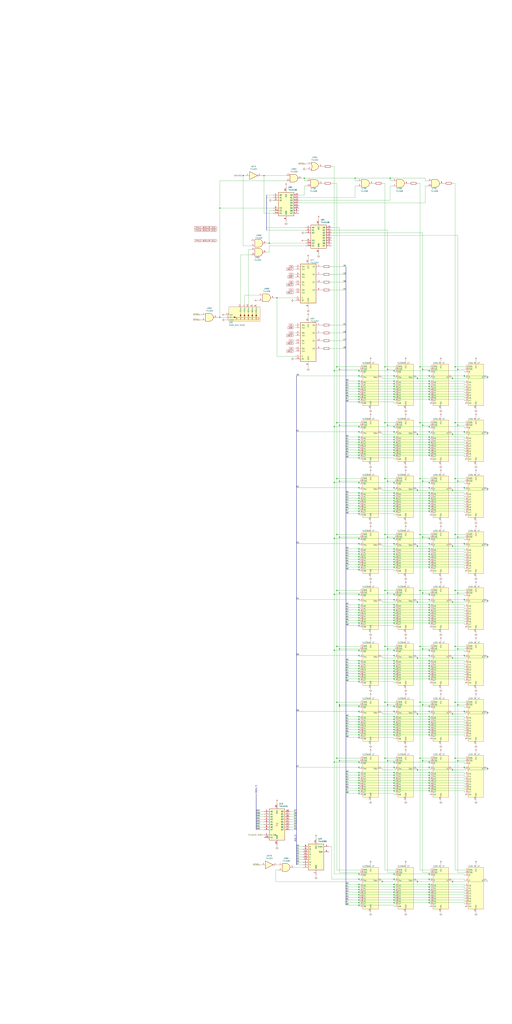
<source format=kicad_sch>
(kicad_sch (version 20211123) (generator eeschema)
  (paper "User" 499.999 999.998)
  (junction (at 350.52 762))
  (junction (at 350.52 772.16))
  (junction (at 350.52 600.71))
  (junction (at 350.52 603.25))
  (junction (at 419.1 767.08))
  (junction (at 447.04 688.34))
  (junction (at 384.81 374.65))
  (junction (at 350.52 471.17))
  (junction (at 384.81 608.33))
  (junction (at 419.1 426.72))
  (junction (at 384.81 421.64))
  (junction (at 350.52 657.86))
  (junction (at 384.81 546.1))
  (junction (at 350.52 767.08))
  (junction (at 441.96 697.23))
  (junction (at 350.52 598.17))
  (junction (at 407.67 861.06))
  (junction (at 419.1 650.24))
  (junction (at 419.1 647.7))
  (junction (at 373.38 861.06))
  (junction (at 444.5 467.36))
  (junction (at 419.1 553.72))
  (junction (at 326.39 471.17))
  (junction (at 350.52 712.47))
  (junction (at 441.96 424.18))
  (junction (at 381 173.99))
  (junction (at 350.52 650.24))
  (junction (at 350.52 665.48))
  (junction (at 412.75 415.29))
  (junction (at 419.1 655.32))
  (junction (at 384.81 660.4))
  (junction (at 419.1 762))
  (junction (at 384.81 863.6))
  (junction (at 350.52 715.01))
  (junction (at 419.1 652.78))
  (junction (at 350.52 439.42))
  (junction (at 384.81 585.47))
  (junction (at 378.46 579.12))
  (junction (at 350.52 538.48))
  (junction (at 350.52 754.38))
  (junction (at 350.52 384.81))
  (junction (at 384.81 704.85))
  (junction (at 350.52 374.65))
  (junction (at 350.52 871.22))
  (junction (at 384.81 858.52))
  (junction (at 350.52 499.11))
  (junction (at 419.1 494.03))
  (junction (at 419.1 635))
  (junction (at 384.81 749.3))
  (junction (at 419.1 372.11))
  (junction (at 331.47 633.73))
  (junction (at 419.1 429.26))
  (junction (at 410.21 685.8))
  (junction (at 384.81 595.63))
  (junction (at 350.52 551.18))
  (junction (at 419.1 878.84))
  (junction (at 331.47 469.9))
  (junction (at 419.1 416.56))
  (junction (at 350.52 769.62))
  (junction (at 384.81 876.3))
  (junction (at 476.25 477.52))
  (junction (at 419.1 436.88))
  (junction (at 350.52 444.5))
  (junction (at 407.67 533.4))
  (junction (at 412.75 688.34))
  (junction (at 419.1 377.19))
  (junction (at 384.81 699.77))
  (junction (at 350.52 447.04))
  (junction (at 412.75 742.95))
  (junction (at 441.96 533.4))
  (junction (at 384.81 434.34))
  (junction (at 444.5 576.58))
  (junction (at 419.1 499.11))
  (junction (at 419.1 476.25))
  (junction (at 350.52 647.7))
  (junction (at 419.1 881.38))
  (junction (at 350.52 699.77))
  (junction (at 350.52 595.63))
  (junction (at 419.1 374.65))
  (junction (at 350.52 494.03))
  (junction (at 350.52 367.03))
  (junction (at 419.1 384.81))
  (junction (at 350.52 389.89))
  (junction (at 384.81 535.94))
  (junction (at 384.81 655.32))
  (junction (at 331.47 689.61))
  (junction (at 447.04 579.12))
  (junction (at 444.5 521.97))
  (junction (at 384.81 499.11))
  (junction (at 350.52 530.86))
  (junction (at 350.52 491.49))
  (junction (at 384.81 382.27))
  (junction (at 419.1 439.42))
  (junction (at 419.1 704.85))
  (junction (at 384.81 553.72))
  (junction (at 350.52 749.3))
  (junction (at 326.39 635))
  (junction (at 350.52 593.09))
  (junction (at 350.52 483.87))
  (junction (at 419.1 434.34))
  (junction (at 453.39 421.64))
  (junction (at 384.81 640.08))
  (junction (at 350.52 429.26))
  (junction (at 384.81 657.86))
  (junction (at 419.1 525.78))
  (junction (at 384.81 652.78))
  (junction (at 407.67 642.62))
  (junction (at 375.92 358.14))
  (junction (at 375.92 685.8))
  (junction (at 419.1 441.96))
  (junction (at 350.52 377.19))
  (junction (at 378.46 360.68))
  (junction (at 384.81 525.78))
  (junction (at 419.1 595.63))
  (junction (at 419.1 712.47))
  (junction (at 407.67 478.79))
  (junction (at 412.75 524.51))
  (junction (at 419.1 483.87))
  (junction (at 419.1 590.55))
  (junction (at 331.47 742.95))
  (junction (at 375.92 740.41))
  (junction (at 407.67 369.57))
  (junction (at 419.1 754.38))
  (junction (at 350.52 476.25))
  (junction (at 419.1 481.33))
  (junction (at 384.81 744.22))
  (junction (at 384.81 715.01))
  (junction (at 419.1 486.41))
  (junction (at 350.52 702.31))
  (junction (at 447.04 360.68))
  (junction (at 407.67 424.18))
  (junction (at 419.1 871.22))
  (junction (at 384.81 439.42))
  (junction (at 384.81 494.03))
  (junction (at 384.81 530.86))
  (junction (at 441.96 751.84))
  (junction (at 441.96 478.79))
  (junction (at 384.81 853.44))
  (junction (at 350.52 764.54))
  (junction (at 453.39 367.03))
  (junction (at 328.93 358.14))
  (junction (at 447.04 469.9))
  (junction (at 410.21 740.41))
  (junction (at 384.81 873.76))
  (junction (at 419.1 876.3))
  (junction (at 384.81 481.33))
  (junction (at 384.81 372.11))
  (junction (at 419.1 764.54))
  (junction (at 350.52 548.64))
  (junction (at 350.52 774.7))
  (junction (at 375.92 467.36))
  (junction (at 444.5 685.8))
  (junction (at 412.75 579.12))
  (junction (at 328.93 467.36))
  (junction (at 419.1 772.16))
  (junction (at 350.52 501.65))
  (junction (at 419.1 379.73))
  (junction (at 350.52 590.55))
  (junction (at 419.1 866.14))
  (junction (at 444.5 358.14))
  (junction (at 419.1 367.03))
  (junction (at 384.81 764.54))
  (junction (at 410.21 467.36))
  (junction (at 384.81 541.02))
  (junction (at 350.52 553.72))
  (junction (at 453.39 749.3))
  (junction (at 326.39 361.95))
  (junction (at 350.52 635))
  (junction (at 326.39 580.39))
  (junction (at 419.1 382.27))
  (junction (at 476.25 641.35))
  (junction (at 350.52 881.38))
  (junction (at 410.21 576.58))
  (junction (at 384.81 600.71))
  (junction (at 419.1 707.39))
  (junction (at 384.81 377.19))
  (junction (at 350.52 694.69))
  (junction (at 419.1 496.57))
  (junction (at 453.39 476.25))
  (junction (at 384.81 444.5))
  (junction (at 419.1 694.69))
  (junction (at 384.81 603.25))
  (junction (at 441.96 861.06))
  (junction (at 350.52 689.61))
  (junction (at 350.52 421.64))
  (junction (at 384.81 496.57))
  (junction (at 350.52 717.55))
  (junction (at 419.1 488.95))
  (junction (at 384.81 689.61))
  (junction (at 407.67 751.84))
  (junction (at 419.1 387.35))
  (junction (at 350.52 645.16))
  (junction (at 350.52 436.88))
  (junction (at 384.81 384.81))
  (junction (at 350.52 486.41))
  (junction (at 328.93 576.58))
  (junction (at 350.52 866.14))
  (junction (at 384.81 756.92))
  (junction (at 375.92 521.97))
  (junction (at 419.1 689.61))
  (junction (at 384.81 712.47))
  (junction (at 444.5 631.19))
  (junction (at 453.39 640.08))
  (junction (at 410.21 358.14))
  (junction (at 441.96 369.57))
  (junction (at 384.81 471.17))
  (junction (at 331.47 360.68))
  (junction (at 476.25 532.13))
  (junction (at 328.93 631.19))
  (junction (at 350.52 426.72))
  (junction (at 378.46 469.9))
  (junction (at 412.75 633.73))
  (junction (at 350.52 655.32))
  (junction (at 350.52 392.43))
  (junction (at 262.89 237.49))
  (junction (at 384.81 878.84))
  (junction (at 350.52 382.27))
  (junction (at 350.52 434.34))
  (junction (at 350.52 379.73))
  (junction (at 419.1 541.02))
  (junction (at 350.52 652.78))
  (junction (at 350.52 546.1))
  (junction (at 444.5 412.75))
  (junction (at 237.49 171.45))
  (junction (at 419.1 699.77))
  (junction (at 350.52 704.85))
  (junction (at 419.1 471.17))
  (junction (at 453.39 530.86))
  (junction (at 419.1 759.46))
  (junction (at 375.92 631.19))
  (junction (at 419.1 491.49))
  (junction (at 419.1 389.89))
  (junction (at 384.81 483.87))
  (junction (at 331.47 524.51))
  (junction (at 419.1 769.62))
  (junction (at 350.52 709.93))
  (junction (at 419.1 640.08))
  (junction (at 384.81 645.16))
  (junction (at 447.04 415.29))
  (junction (at 419.1 657.86))
  (junction (at 384.81 694.69))
  (junction (at 419.1 868.68))
  (junction (at 378.46 524.51))
  (junction (at 419.1 530.86))
  (junction (at 384.81 709.93))
  (junction (at 476.25 586.74))
  (junction (at 419.1 873.76))
  (junction (at 384.81 429.26))
  (junction (at 441.96 642.62))
  (junction (at 384.81 707.39))
  (junction (at 419.1 551.18))
  (junction (at 350.52 496.57))
  (junction (at 444.5 740.41))
  (junction (at 384.81 426.72))
  (junction (at 384.81 361.95))
  (junction (at 419.1 593.09))
  (junction (at 384.81 543.56))
  (junction (at 384.81 416.56))
  (junction (at 419.1 361.95))
  (junction (at 350.52 605.79))
  (junction (at 350.52 878.84))
  (junction (at 453.39 694.69))
  (junction (at 378.46 633.73))
  (junction (at 328.93 412.75))
  (junction (at 419.1 431.8))
  (junction (at 331.47 415.29))
  (junction (at 419.1 600.71))
  (junction (at 384.81 387.35))
  (junction (at 384.81 476.25))
  (junction (at 384.81 767.08))
  (junction (at 419.1 662.94))
  (junction (at 350.52 416.56))
  (junction (at 384.81 593.09))
  (junction (at 350.52 853.44))
  (junction (at 419.1 538.48))
  (junction (at 328.93 521.97))
  (junction (at 326.39 744.22))
  (junction (at 350.52 361.95))
  (junction (at 447.04 524.51))
  (junction (at 375.92 412.75))
  (junction (at 384.81 772.16))
  (junction (at 350.52 707.39))
  (junction (at 419.1 608.33))
  (junction (at 384.81 605.79))
  (junction (at 419.1 580.39))
  (junction (at 419.1 709.93))
  (junction (at 378.46 742.95))
  (junction (at 384.81 881.38))
  (junction (at 350.52 525.78))
  (junction (at 419.1 543.56))
  (junction (at 419.1 535.94))
  (junction (at 447.04 633.73))
  (junction (at 350.52 541.02))
  (junction (at 419.1 548.64))
  (junction (at 476.25 750.57))
  (junction (at 384.81 379.73))
  (junction (at 419.1 598.17))
  (junction (at 384.81 759.46))
  (junction (at 384.81 548.64))
  (junction (at 476.25 695.96))
  (junction (at 419.1 858.52))
  (junction (at 419.1 546.1))
  (junction (at 384.81 486.41))
  (junction (at 350.52 372.11))
  (junction (at 384.81 538.48))
  (junction (at 384.81 590.55))
  (junction (at 384.81 647.7))
  (junction (at 407.67 697.23))
  (junction (at 384.81 871.22))
  (junction (at 384.81 436.88))
  (junction (at 384.81 580.39))
  (junction (at 384.81 367.03))
  (junction (at 350.52 535.94))
  (junction (at 410.21 521.97))
  (junction (at 412.75 360.68))
  (junction (at 419.1 715.01))
  (junction (at 328.93 685.8))
  (junction (at 419.1 421.64))
  (junction (at 350.52 431.8))
  (junction (at 350.52 556.26))
  (junction (at 350.52 873.76))
  (junction (at 384.81 551.18))
  (junction (at 326.39 525.78))
  (junction (at 350.52 441.96))
  (junction (at 378.46 415.29))
  (junction (at 350.52 868.68))
  (junction (at 384.81 868.68))
  (junction (at 384.81 662.94))
  (junction (at 412.75 469.9))
  (junction (at 350.52 883.92))
  (junction (at 384.81 717.55))
  (junction (at 384.81 754.38))
  (junction (at 326.39 416.56))
  (junction (at 257.81 171.45))
  (junction (at 378.46 688.34))
  (junction (at 419.1 853.44))
  (junction (at 350.52 543.56))
  (junction (at 410.21 631.19))
  (junction (at 384.81 702.31))
  (junction (at 214.63 203.2))
  (junction (at 419.1 717.55))
  (junction (at 350.52 759.46))
  (junction (at 375.92 576.58))
  (junction (at 270.51 290.83))
  (junction (at 419.1 744.22))
  (junction (at 419.1 585.47))
  (junction (at 384.81 762))
  (junction (at 384.81 635))
  (junction (at 384.81 866.14))
  (junction (at 350.52 662.94))
  (junction (at 384.81 491.49))
  (junction (at 350.52 488.95))
  (junction (at 476.25 368.3))
  (junction (at 384.81 441.96))
  (junction (at 328.93 740.41))
  (junction (at 350.52 720.09))
  (junction (at 476.25 422.91))
  (junction (at 419.1 756.92))
  (junction (at 350.52 858.52))
  (junction (at 384.81 650.24))
  (junction (at 350.52 640.08))
  (junction (at 350.52 876.3))
  (junction (at 384.81 389.89))
  (junction (at 350.52 585.47))
  (junction (at 350.52 863.6))
  (junction (at 331.47 579.12))
  (junction (at 441.96 588.01))
  (junction (at 350.52 387.35))
  (junction (at 410.21 412.75))
  (junction (at 350.52 610.87))
  (junction (at 453.39 585.47))
  (junction (at 419.1 603.25))
  (junction (at 407.67 588.01))
  (junction (at 384.81 431.8))
  (junction (at 384.81 488.95))
  (junction (at 350.52 756.92))
  (junction (at 447.04 742.95))
  (junction (at 419.1 660.4))
  (junction (at 419.1 749.3))
  (junction (at 214.63 309.88))
  (junction (at 350.52 608.33))
  (junction (at 384.81 769.62))
  (junction (at 419.1 645.16))
  (junction (at 419.1 702.31))
  (junction (at 419.1 444.5))
  (junction (at 384.81 598.17))
  (junction (at 297.18 173.99))
  (junction (at 350.52 481.33))
  (junction (at 350.52 580.39))
  (junction (at 346.71 173.99))
  (junction (at 419.1 863.6))
  (junction (at 331.47 688.34))
  (junction (at 350.52 660.4))
  (junction (at 419.1 605.79))
  (junction (at 350.52 744.22))
  (wire (pts (xy 454.66 591.82) (xy 453.39 591.82)))
  (wire (pts (xy 454.66 859.79) (xy 453.39 859.79)))
  (wire (pts (xy 476.25 695.96) (xy 474.98 695.96)))
  (wire (pts (xy 384.81 448.31) (xy 384.81 447.04)))
  (wire (pts (xy 447.04 688.34) (xy 454.66 688.34)))
  (wire (pts (xy 386.08 718.82) (xy 384.81 718.82)))
  (wire (pts (xy 384.81 373.38) (xy 384.81 372.11)))
  (wire (pts (xy 350.52 477.52) (xy 350.52 476.25)))
  (wire (pts (xy 350.52 610.87) (xy 384.81 610.87)))
  (wire (pts (xy 453.39 596.9) (xy 453.39 595.63)))
  (wire (pts (xy 454.66 492.76) (xy 453.39 492.76)))
  (wire (pts (xy 322.58 325.12) (xy 337.82 325.12)))
  (wire (pts (xy 350.52 594.36) (xy 350.52 593.09)))
  (wire (pts (xy 454.66 527.05) (xy 453.39 527.05)))
  (wire (pts (xy 453.39 363.22) (xy 453.39 361.95)))
  (wire (pts (xy 378.46 742.95) (xy 378.46 852.17)))
  (wire (pts (xy 384.81 664.21) (xy 384.81 662.94)))
  (wire (pts (xy 453.39 527.05) (xy 453.39 525.78)))
  (wire (pts (xy 373.38 861.06) (xy 407.67 861.06)))
  (wire (pts (xy 350.52 382.27) (xy 384.81 382.27)))
  (wire (pts (xy 384.81 636.27) (xy 384.81 635)))
  (wire (pts (xy 384.81 527.05) (xy 384.81 525.78)))
  (wire (pts (xy 453.39 718.82) (xy 453.39 717.55)))
  (wire (pts (xy 378.46 415.29) (xy 378.46 469.9)))
  (wire (pts (xy 298.45 165.1) (xy 299.72 165.1)))
  (wire (pts (xy 454.66 490.22) (xy 453.39 490.22)))
  (wire (pts (xy 396.24 781.05) (xy 396.24 782.32)))
  (wire (pts (xy 419.1 764.54) (xy 453.39 764.54)))
  (wire (pts (xy 441.96 532.13) (xy 440.69 532.13)))
  (wire (pts (xy 331.47 360.68) (xy 331.47 415.29)))
  (wire (pts (xy 331.47 633.73) (xy 351.79 633.73)))
  (wire (pts (xy 350.52 593.09) (xy 384.81 593.09)))
  (wire (pts (xy 384.81 593.09) (xy 419.1 593.09)))
  (wire (pts (xy 260.35 237.49) (xy 262.89 237.49)))
  (wire (pts (xy 384.81 549.91) (xy 384.81 548.64)))
  (wire (pts (xy 384.81 488.95) (xy 419.1 488.95)))
  (wire (pts (xy 328.93 631.19) (xy 351.79 631.19)))
  (wire (pts (xy 453.39 487.68) (xy 453.39 486.41)))
  (wire (pts (xy 384.81 367.03) (xy 419.1 367.03)))
  (wire (pts (xy 378.46 852.17) (xy 386.08 852.17)))
  (wire (pts (xy 384.81 695.96) (xy 384.81 694.69)))
  (wire (pts (xy 384.81 754.38) (xy 419.1 754.38)))
  (wire (pts (xy 386.08 591.82) (xy 384.81 591.82)))
  (wire (pts (xy 350.52 871.22) (xy 384.81 871.22)))
  (wire (pts (xy 337.82 665.48) (xy 350.52 665.48)))
  (wire (pts (xy 350.52 858.52) (xy 384.81 858.52)))
  (wire (pts (xy 430.53 461.01) (xy 430.53 462.28)))
  (wire (pts (xy 375.92 740.41) (xy 386.08 740.41)))
  (wire (pts (xy 384.81 497.84) (xy 384.81 496.57)))
  (wire (pts (xy 420.37 773.43) (xy 419.1 773.43)))
  (wire (pts (xy 453.39 599.44) (xy 453.39 598.17)))
  (wire (pts (xy 350.52 759.46) (xy 384.81 759.46)))
  (wire (pts (xy 350.52 662.94) (xy 384.81 662.94)))
  (wire (pts (xy 419.1 594.36) (xy 419.1 593.09)))
  (wire (pts (xy 260.35 246.38) (xy 262.89 246.38)))
  (wire (pts (xy 407.67 641.35) (xy 407.67 642.62)))
  (wire (pts (xy 386.08 646.43) (xy 384.81 646.43)))
  (wire (pts (xy 453.39 755.65) (xy 453.39 754.38)))
  (wire (pts (xy 373.38 533.4) (xy 407.67 533.4)))
  (wire (pts (xy 384.81 690.88) (xy 386.08 690.88)))
  (wire (pts (xy 351.79 763.27) (xy 350.52 763.27)))
  (wire (pts (xy 337.82 660.4) (xy 350.52 660.4)))
  (wire (pts (xy 454.66 542.29) (xy 453.39 542.29)))
  (wire (pts (xy 419.1 378.46) (xy 419.1 377.19)))
  (wire (pts (xy 350.52 769.62) (xy 384.81 769.62)))
  (wire (pts (xy 419.1 713.74) (xy 419.1 712.47)))
  (wire (pts (xy 420.37 646.43) (xy 419.1 646.43)))
  (wire (pts (xy 250.19 810.26) (xy 257.81 810.26)))
  (wire (pts (xy 350.52 527.05) (xy 350.52 525.78)))
  (wire (pts (xy 350.52 546.1) (xy 384.81 546.1)))
  (wire (pts (xy 386.08 760.73) (xy 384.81 760.73)))
  (wire (pts (xy 453.39 485.14) (xy 453.39 483.87)))
  (wire (pts (xy 384.81 422.91) (xy 384.81 421.64)))
  (wire (pts (xy 419.1 530.86) (xy 453.39 530.86)))
  (wire (pts (xy 384.81 499.11) (xy 419.1 499.11)))
  (wire (pts (xy 350.52 712.47) (xy 384.81 712.47)))
  (wire (pts (xy 351.79 438.15) (xy 350.52 438.15)))
  (wire (pts (xy 350.52 441.96) (xy 384.81 441.96)))
  (wire (pts (xy 384.81 500.38) (xy 384.81 499.11)))
  (wire (pts (xy 454.66 646.43) (xy 453.39 646.43)))
  (wire (pts (xy 386.08 601.98) (xy 384.81 601.98)))
  (wire (pts (xy 326.39 635) (xy 326.39 744.22)))
  (wire (pts (xy 337.82 756.92) (xy 350.52 756.92)))
  (wire (pts (xy 420.37 768.35) (xy 419.1 768.35)))
  (wire (pts (xy 337.82 608.33) (xy 350.52 608.33)))
  (wire (pts (xy 464.82 351.79) (xy 464.82 353.06)))
  (wire (pts (xy 454.66 651.51) (xy 453.39 651.51)))
  (wire (pts (xy 407.67 750.57) (xy 406.4 750.57)))
  (wire (pts (xy 453.39 435.61) (xy 453.39 434.34)))
  (wire (pts (xy 384.81 873.76) (xy 419.1 873.76)))
  (wire (pts (xy 386.08 552.45) (xy 384.81 552.45)))
  (wire (pts (xy 454.66 438.15) (xy 453.39 438.15)))
  (wire (pts (xy 419.1 641.35) (xy 419.1 640.08)))
  (wire (pts (xy 361.95 726.44) (xy 361.95 727.71)))
  (wire (pts (xy 454.66 435.61) (xy 453.39 435.61)))
  (wire (pts (xy 415.29 176.53) (xy 415.29 173.99)))
  (wire (pts (xy 242.57 243.84) (xy 245.11 243.84)))
  (wire (pts (xy 384.81 476.25) (xy 419.1 476.25)))
  (wire (pts (xy 419.1 477.52) (xy 419.1 476.25)))
  (wire (pts (xy 313.69 325.12) (xy 314.96 325.12)))
  (wire (pts (xy 420.37 604.52) (xy 419.1 604.52)))
  (bus (pts (xy 250.19 775.97) (xy 250.19 810.26)))
  (wire (pts (xy 419.1 608.33) (xy 453.39 608.33)))
  (wire (pts (xy 454.66 656.59) (xy 453.39 656.59)))
  (wire (pts (xy 384.81 689.61) (xy 419.1 689.61)))
  (wire (pts (xy 350.52 492.76) (xy 350.52 491.49)))
  (wire (pts (xy 350.52 635) (xy 384.81 635)))
  (wire (pts (xy 384.81 654.05) (xy 384.81 652.78)))
  (wire (pts (xy 476.25 477.52) (xy 474.98 477.52)))
  (wire (pts (xy 375.92 576.58) (xy 375.92 631.19)))
  (wire (pts (xy 351.79 430.53) (xy 350.52 430.53)))
  (wire (pts (xy 350.52 641.35) (xy 350.52 640.08)))
  (wire (pts (xy 384.81 444.5) (xy 419.1 444.5)))
  (wire (pts (xy 375.92 849.63) (xy 386.08 849.63)))
  (wire (pts (xy 419.1 542.29) (xy 419.1 541.02)))
  (wire (pts (xy 386.08 381) (xy 384.81 381)))
  (wire (pts (xy 328.93 467.36) (xy 328.93 521.97)))
  (wire (pts (xy 419.1 759.46) (xy 453.39 759.46)))
  (wire (pts (xy 386.08 701.04) (xy 384.81 701.04)))
  (wire (pts (xy 464.82 679.45) (xy 464.82 680.72)))
  (wire (pts (xy 419.1 426.72) (xy 453.39 426.72)))
  (wire (pts (xy 361.95 398.78) (xy 361.95 400.05)))
  (wire (pts (xy 454.66 547.37) (xy 453.39 547.37)))
  (wire (pts (xy 289.56 834.39) (xy 295.91 834.39)))
  (wire (pts (xy 288.29 347.98) (xy 270.51 347.98)))
  (wire (pts (xy 373.38 586.74) (xy 373.38 588.01)))
  (wire (pts (xy 283.21 792.48) (xy 289.56 792.48)))
  (wire (pts (xy 351.79 869.95) (xy 350.52 869.95)))
  (wire (pts (xy 419.1 768.35) (xy 419.1 767.08)))
  (wire (pts (xy 350.52 483.87) (xy 384.81 483.87)))
  (wire (pts (xy 350.52 416.56) (xy 384.81 416.56)))
  (wire (pts (xy 407.67 478.79) (xy 441.96 478.79)))
  (wire (pts (xy 384.81 707.39) (xy 419.1 707.39)))
  (wire (pts (xy 384.81 885.19) (xy 384.81 883.92)))
  (wire (pts (xy 384.81 486.41) (xy 419.1 486.41)))
  (wire (pts (xy 384.81 594.36) (xy 384.81 593.09)))
  (wire (pts (xy 384.81 881.38) (xy 419.1 881.38)))
  (wire (pts (xy 350.52 490.22) (xy 350.52 488.95)))
  (wire (pts (xy 350.52 854.71) (xy 350.52 853.44)))
  (wire (pts (xy 351.79 872.49) (xy 350.52 872.49)))
  (wire (pts (xy 419.1 431.8) (xy 453.39 431.8)))
  (wire (pts (xy 337.82 541.02) (xy 350.52 541.02)))
  (wire (pts (xy 454.66 768.35) (xy 453.39 768.35)))
  (wire (pts (xy 453.39 594.36) (xy 453.39 593.09)))
  (wire (pts (xy 386.08 596.9) (xy 384.81 596.9)))
  (wire (pts (xy 453.39 552.45) (xy 453.39 551.18)))
  (wire (pts (xy 407.67 859.79) (xy 406.4 859.79)))
  (wire (pts (xy 454.66 690.88) (xy 453.39 690.88)))
  (wire (pts (xy 337.82 488.95) (xy 350.52 488.95)))
  (wire (pts (xy 289.56 749.3) (xy 350.52 749.3)))
  (wire (pts (xy 412.75 688.34) (xy 420.37 688.34)))
  (wire (pts (xy 384.81 426.72) (xy 419.1 426.72)))
  (wire (pts (xy 454.66 596.9) (xy 453.39 596.9)))
  (wire (pts (xy 350.52 551.18) (xy 384.81 551.18)))
  (wire (pts (xy 351.79 445.77) (xy 350.52 445.77)))
  (wire (pts (xy 386.08 758.19) (xy 384.81 758.19)))
  (wire (pts (xy 396.24 617.22) (xy 396.24 618.49)))
  (wire (pts (xy 350.52 429.26) (xy 384.81 429.26)))
  (wire (pts (xy 419.1 430.53) (xy 419.1 429.26)))
  (wire (pts (xy 454.66 854.71) (xy 453.39 854.71)))
  (wire (pts (xy 420.37 430.53) (xy 419.1 430.53)))
  (wire (pts (xy 313.69 332.74) (xy 314.96 332.74)))
  (wire (pts (xy 350.52 765.81) (xy 350.52 764.54)))
  (wire (pts (xy 375.92 358.14) (xy 375.92 412.75)))
  (wire (pts (xy 337.82 650.24) (xy 350.52 650.24)))
  (wire (pts (xy 420.37 492.76) (xy 419.1 492.76)))
  (wire (pts (xy 419.1 388.62) (xy 419.1 387.35)))
  (wire (pts (xy 419.1 596.9) (xy 419.1 595.63)))
  (wire (pts (xy 384.81 882.65) (xy 384.81 881.38)))
  (wire (pts (xy 384.81 416.56) (xy 419.1 416.56)))
  (wire (pts (xy 386.08 497.84) (xy 384.81 497.84)))
  (wire (pts (xy 350.52 648.97) (xy 350.52 647.7)))
  (wire (pts (xy 386.08 885.19) (xy 384.81 885.19)))
  (wire (pts (xy 384.81 745.49) (xy 384.81 744.22)))
  (wire (pts (xy 464.82 624.84) (xy 464.82 626.11)))
  (wire (pts (xy 419.1 853.44) (xy 453.39 853.44)))
  (wire (pts (xy 350.52 708.66) (xy 350.52 707.39)))
  (wire (pts (xy 407.67 368.3) (xy 406.4 368.3)))
  (wire (pts (xy 384.81 530.86) (xy 419.1 530.86)))
  (wire (pts (xy 384.81 590.55) (xy 419.1 590.55)))
  (wire (pts (xy 350.52 661.67) (xy 350.52 660.4)))
  (wire (pts (xy 444.5 179.07) (xy 444.5 358.14)))
  (wire (pts (xy 384.81 641.35) (xy 384.81 640.08)))
  (wire (pts (xy 384.81 595.63) (xy 419.1 595.63)))
  (wire (pts (xy 350.52 659.13) (xy 350.52 657.86)))
  (wire (pts (xy 386.08 872.49) (xy 384.81 872.49)))
  (wire (pts (xy 331.47 222.25) (xy 323.85 222.25)))
  (wire (pts (xy 454.66 594.36) (xy 453.39 594.36)))
  (wire (pts (xy 270.51 825.5) (xy 270.51 826.77)))
  (wire (pts (xy 351.79 661.67) (xy 350.52 661.67)))
  (wire (pts (xy 373.38 478.79) (xy 407.67 478.79)))
  (wire (pts (xy 350.52 598.17) (xy 384.81 598.17)))
  (wire (pts (xy 386.08 768.35) (xy 384.81 768.35)))
  (wire (pts (xy 351.79 581.66) (xy 350.52 581.66)))
  (wire (pts (xy 350.52 695.96) (xy 350.52 694.69)))
  (wire (pts (xy 337.82 655.32) (xy 350.52 655.32)))
  (wire (pts (xy 250.19 800.1) (xy 257.81 800.1)))
  (wire (pts (xy 375.92 740.41) (xy 375.92 849.63)))
  (wire (pts (xy 386.08 430.53) (xy 384.81 430.53)))
  (wire (pts (xy 454.66 763.27) (xy 453.39 763.27)))
  (wire (pts (xy 384.81 712.47) (xy 419.1 712.47)))
  (wire (pts (xy 420.37 542.29) (xy 419.1 542.29)))
  (wire (pts (xy 420.37 554.99) (xy 419.1 554.99)))
  (wire (pts (xy 419.1 699.77) (xy 453.39 699.77)))
  (wire (pts (xy 453.39 477.52) (xy 453.39 476.25)))
  (wire (pts (xy 373.38 588.01) (xy 407.67 588.01)))
  (wire (pts (xy 454.66 659.13) (xy 453.39 659.13)))
  (wire (pts (xy 351.79 363.22) (xy 350.52 363.22)))
  (wire (pts (xy 237.49 240.03) (xy 245.11 240.03)))
  (wire (pts (xy 386.08 612.14) (xy 384.81 612.14)))
  (wire (pts (xy 444.5 467.36) (xy 454.66 467.36)))
  (wire (pts (xy 298.45 160.02) (xy 299.72 160.02)))
  (wire (pts (xy 419.1 867.41) (xy 419.1 866.14)))
  (wire (pts (xy 214.63 309.88) (xy 214.63 203.2)))
  (wire (pts (xy 453.39 601.98) (xy 453.39 600.71)))
  (wire (pts (xy 350.52 552.45) (xy 350.52 551.18)))
  (wire (pts (xy 350.52 664.21) (xy 350.52 662.94)))
  (wire (pts (xy 419.1 472.44) (xy 419.1 471.17)))
  (wire (pts (xy 350.52 471.17) (xy 384.81 471.17)))
  (wire (pts (xy 350.52 707.39) (xy 384.81 707.39)))
  (wire (pts (xy 420.37 690.88) (xy 419.1 690.88)))
  (wire (pts (xy 453.39 654.05) (xy 453.39 652.78)))
  (wire (pts (xy 419.1 756.92) (xy 453.39 756.92)))
  (wire (pts (xy 419.1 547.37) (xy 419.1 546.1)))
  (wire (pts (xy 260.35 190.5) (xy 266.7 190.5)))
  (wire (pts (xy 337.82 709.93) (xy 350.52 709.93)))
  (wire (pts (xy 453.39 386.08) (xy 453.39 384.81)))
  (wire (pts (xy 337.82 605.79) (xy 350.52 605.79)))
  (wire (pts (xy 386.08 880.11) (xy 384.81 880.11)))
  (wire (pts (xy 350.52 421.64) (xy 384.81 421.64)))
  (wire (pts (xy 453.39 539.75) (xy 453.39 538.48)))
  (wire (pts (xy 441.96 368.3) (xy 440.69 368.3)))
  (wire (pts (xy 386.08 393.7) (xy 384.81 393.7)))
  (wire (pts (xy 419.1 659.13) (xy 419.1 657.86)))
  (wire (pts (xy 378.46 579.12) (xy 386.08 579.12)))
  (wire (pts (xy 420.37 472.44) (xy 419.1 472.44)))
  (wire (pts (xy 441.96 642.62) (xy 441.96 641.35)))
  (wire (pts (xy 350.52 744.22) (xy 384.81 744.22)))
  (wire (pts (xy 350.52 774.7) (xy 384.81 774.7)))
  (wire (pts (xy 350.52 595.63) (xy 384.81 595.63)))
  (wire (pts (xy 350.52 853.44) (xy 384.81 853.44)))
  (wire (pts (xy 453.39 476.25) (xy 476.25 476.25)))
  (wire (pts (xy 337.82 699.77) (xy 350.52 699.77)))
  (wire (pts (xy 419.1 595.63) (xy 453.39 595.63)))
  (wire (pts (xy 351.79 596.9) (xy 350.52 596.9)))
  (wire (pts (xy 407.67 861.06) (xy 441.96 861.06)))
  (wire (pts (xy 361.95 453.39) (xy 361.95 454.66)))
  (wire (pts (xy 350.52 881.38) (xy 384.81 881.38)))
  (wire (pts (xy 350.52 363.22) (xy 350.52 361.95)))
  (wire (pts (xy 386.08 539.75) (xy 384.81 539.75)))
  (wire (pts (xy 250.19 802.64) (xy 257.81 802.64)))
  (wire (pts (xy 419.1 600.71) (xy 453.39 600.71)))
  (wire (pts (xy 412.75 742.95) (xy 420.37 742.95)))
  (wire (pts (xy 412.75 688.34) (xy 412.75 742.95)))
  (wire (pts (xy 351.79 537.21) (xy 350.52 537.21)))
  (wire (pts (xy 350.52 439.42) (xy 384.81 439.42)))
  (wire (pts (xy 350.52 496.57) (xy 384.81 496.57)))
  (wire (pts (xy 350.52 656.59) (xy 350.52 655.32)))
  (wire (pts (xy 328.93 685.8) (xy 328.93 740.41)))
  (wire (pts (xy 386.08 554.99) (xy 384.81 554.99)))
  (wire (pts (xy 250.19 795.02) (xy 257.81 795.02)))
  (wire (pts (xy 386.08 375.92) (xy 384.81 375.92)))
  (wire (pts (xy 386.08 537.21) (xy 384.81 537.21)))
  (wire (pts (xy 430.53 508) (xy 430.53 509.27)))
  (wire (pts (xy 373.38 751.84) (xy 407.67 751.84)))
  (wire (pts (xy 350.52 554.99) (xy 350.52 553.72)))
  (wire (pts (xy 419.1 377.19) (xy 453.39 377.19)))
  (wire (pts (xy 453.39 497.84) (xy 453.39 496.57)))
  (wire (pts (xy 384.81 755.65) (xy 384.81 754.38)))
  (wire (pts (xy 419.1 701.04) (xy 419.1 699.77)))
  (wire (pts (xy 386.08 659.13) (xy 384.81 659.13)))
  (wire (pts (xy 350.52 720.09) (xy 384.81 720.09)))
  (wire (pts (xy 331.47 579.12) (xy 351.79 579.12)))
  (wire (pts (xy 420.37 765.81) (xy 419.1 765.81)))
  (wire (pts (xy 375.92 358.14) (xy 386.08 358.14)))
  (wire (pts (xy 441.96 533.4) (xy 441.96 532.13)))
  (wire (pts (xy 313.69 267.97) (xy 314.96 267.97)))
  (wire (pts (xy 384.81 690.88) (xy 384.81 689.61)))
  (wire (pts (xy 419.1 591.82) (xy 419.1 590.55)))
  (wire (pts (xy 386.08 445.77) (xy 384.81 445.77)))
  (wire (pts (xy 420.37 378.46) (xy 419.1 378.46)))
  (wire (pts (xy 289.56 842.01) (xy 295.91 842.01)))
  (wire (pts (xy 384.81 721.36) (xy 384.81 720.09)))
  (wire (pts (xy 396.24 515.62) (xy 396.24 516.89)))
  (wire (pts (xy 386.08 609.6) (xy 384.81 609.6)))
  (wire (pts (xy 350.52 373.38) (xy 350.52 372.11)))
  (wire (pts (xy 384.81 581.66) (xy 386.08 581.66)))
  (wire (pts (xy 419.1 499.11) (xy 453.39 499.11)))
  (wire (pts (xy 266.7 205.74) (xy 262.89 205.74)))
  (wire (pts (xy 373.38 368.3) (xy 373.38 369.57)))
  (wire (pts (xy 444.5 521.97) (xy 444.5 576.58)))
  (wire (pts (xy 331.47 469.9) (xy 331.47 524.51)))
  (wire (pts (xy 453.39 661.67) (xy 453.39 660.4)))
  (wire (pts (xy 453.39 773.43) (xy 453.39 772.16)))
  (wire (pts (xy 419.1 387.35) (xy 453.39 387.35)))
  (wire (pts (xy 420.37 373.38) (xy 419.1 373.38)))
  (wire (pts (xy 350.52 537.21) (xy 350.52 535.94)))
  (wire (pts (xy 331.47 524.51) (xy 351.79 524.51)))
  (wire (pts (xy 361.95 570.23) (xy 361.95 571.5)))
  (wire (pts (xy 454.66 609.6) (xy 453.39 609.6)))
  (wire (pts (xy 454.66 417.83) (xy 453.39 417.83)))
  (wire (pts (xy 419.1 712.47) (xy 453.39 712.47)))
  (wire (pts (xy 337.82 556.26) (xy 350.52 556.26)))
  (wire (pts (xy 453.39 877.57) (xy 453.39 876.3)))
  (wire (pts (xy 407.67 422.91) (xy 407.67 424.18)))
  (wire (pts (xy 430.53 570.23) (xy 430.53 571.5)))
  (wire (pts (xy 454.66 388.62) (xy 453.39 388.62)))
  (wire (pts (xy 454.66 487.68) (xy 453.39 487.68)))
  (wire (pts (xy 420.37 547.37) (xy 419.1 547.37)))
  (wire (pts (xy 331.47 415.29) (xy 331.47 469.9)))
  (wire (pts (xy 337.82 491.49) (xy 350.52 491.49)))
  (wire (pts (xy 420.37 750.57) (xy 419.1 750.57)))
  (wire (pts (xy 289.56 421.64) (xy 350.52 421.64)))
  (wire (pts (xy 464.82 726.44) (xy 464.82 727.71)))
  (wire (pts (xy 255.27 171.45) (xy 257.81 171.45)))
  (wire (pts (xy 454.66 664.21) (xy 453.39 664.21)))
  (wire (pts (xy 384.81 481.33) (xy 419.1 481.33)))
  (wire (pts (xy 337.82 384.81) (xy 350.52 384.81)))
  (wire (pts (xy 384.81 527.05) (xy 386.08 527.05)))
  (wire (pts (xy 447.04 360.68) (xy 454.66 360.68)))
  (wire (pts (xy 430.53 398.78) (xy 430.53 400.05)))
  (wire (pts (xy 420.37 661.67) (xy 419.1 661.67)))
  (wire (pts (xy 386.08 869.95) (xy 384.81 869.95)))
  (wire (pts (xy 361.95 843.28) (xy 361.95 844.55)))
  (wire (pts (xy 384.81 772.16) (xy 419.1 772.16)))
  (wire (pts (xy 384.81 711.2) (xy 384.81 709.93)))
  (wire (pts (xy 420.37 368.3) (xy 419.1 368.3)))
  (wire (pts (xy 351.79 554.99) (xy 350.52 554.99)))
  (wire (pts (xy 350.52 869.95) (xy 350.52 868.68)))
  (wire (pts (xy 384.81 477.52) (xy 384.81 476.25)))
  (wire (pts (xy 420.37 760.73) (xy 419.1 760.73)))
  (wire (pts (xy 373.38 641.35) (xy 373.38 642.62)))
  (wire (pts (xy 444.5 631.19) (xy 454.66 631.19)))
  (wire (pts (xy 419.1 367.03) (xy 453.39 367.03)))
  (wire (pts (xy 328.93 740.41) (xy 351.79 740.41)))
  (wire (pts (xy 350.52 763.27) (xy 350.52 762)))
  (wire (pts (xy 447.04 469.9) (xy 447.04 524.51)))
  (wire (pts (xy 350.52 875.03) (xy 350.52 873.76)))
  (wire (pts (xy 337.82 483.87) (xy 350.52 483.87)))
  (wire (pts (xy 350.52 367.03) (xy 384.81 367.03)))
  (wire (pts (xy 420.37 445.77) (xy 419.1 445.77)))
  (wire (pts (xy 476.25 859.79) (xy 474.98 859.79)))
  (wire (pts (xy 350.52 654.05) (xy 350.52 652.78)))
  (wire (pts (xy 384.81 543.56) (xy 419.1 543.56)))
  (wire (pts (xy 453.39 701.04) (xy 453.39 699.77)))
  (wire (pts (xy 420.37 636.27) (xy 419.1 636.27)))
  (wire (pts (xy 396.24 453.39) (xy 396.24 454.66)))
  (wire (pts (xy 386.08 438.15) (xy 384.81 438.15)))
  (wire (pts (xy 396.24 406.4) (xy 396.24 407.67)))
  (wire (pts (xy 289.56 826.77) (xy 295.91 826.77)))
  (wire (pts (xy 361.95 890.27) (xy 361.95 891.54)))
  (wire (pts (xy 476.25 694.69) (xy 476.25 695.96)))
  (wire (pts (xy 350.52 773.43) (xy 350.52 772.16)))
  (wire (pts (xy 386.08 443.23) (xy 384.81 443.23)))
  (wire (pts (xy 350.52 599.44) (xy 350.52 598.17)))
  (wire (pts (xy 420.37 591.82) (xy 419.1 591.82)))
  (wire (pts (xy 384.81 875.03) (xy 384.81 873.76)))
  (wire (pts (xy 331.47 633.73) (xy 331.47 688.34)))
  (wire (pts (xy 337.82 379.73) (xy 350.52 379.73)))
  (wire (pts (xy 384.81 381) (xy 384.81 379.73)))
  (wire (pts (xy 350.52 434.34) (xy 384.81 434.34)))
  (wire (pts (xy 351.79 417.83) (xy 350.52 417.83)))
  (wire (pts (xy 417.83 176.53) (xy 415.29 176.53)))
  (wire (pts (xy 419.1 482.6) (xy 419.1 481.33)))
  (wire (pts (xy 410.21 467.36) (xy 410.21 521.97)))
  (wire (pts (xy 326.39 853.44) (xy 350.52 853.44)))
  (wire (pts (xy 265.43 195.58) (xy 266.7 195.58)))
  (wire (pts (xy 444.5 685.8) (xy 444.5 740.41)))
  (wire (pts (xy 297.18 176.53) (xy 299.72 176.53)))
  (wire (pts (xy 289.56 530.86) (xy 350.52 530.86)))
  (wire (pts (xy 331.47 360.68) (xy 351.79 360.68)))
  (wire (pts (xy 350.52 495.3) (xy 350.52 494.03)))
  (wire (pts (xy 476.25 530.86) (xy 476.25 532.13)))
  (wire (pts (xy 420.37 716.28) (xy 419.1 716.28)))
  (wire (pts (xy 350.52 772.16) (xy 384.81 772.16)))
  (wire (pts (xy 420.37 417.83) (xy 419.1 417.83)))
  (wire (pts (xy 430.53 734.06) (xy 430.53 735.33)))
  (wire (pts (xy 419.1 871.22) (xy 453.39 871.22)))
  (wire (pts (xy 419.1 391.16) (xy 419.1 389.89)))
  (wire (pts (xy 350.52 590.55) (xy 384.81 590.55)))
  (wire (pts (xy 407.67 477.52) (xy 407.67 478.79)))
  (wire (pts (xy 386.08 604.52) (xy 384.81 604.52)))
  (wire (pts (xy 419.1 772.16) (xy 453.39 772.16)))
  (wire (pts (xy 384.81 601.98) (xy 384.81 600.71)))
  (wire (pts (xy 214.63 203.2) (xy 266.7 203.2)))
  (wire (pts (xy 350.52 386.08) (xy 350.52 384.81)))
  (wire (pts (xy 412.75 227.33) (xy 323.85 227.33)))
  (wire (pts (xy 384.81 662.94) (xy 419.1 662.94)))
  (wire (pts (xy 337.82 436.88) (xy 350.52 436.88)))
  (wire (pts (xy 454.66 745.49) (xy 453.39 745.49)))
  (wire (pts (xy 351.79 867.41) (xy 350.52 867.41)))
  (wire (pts (xy 453.39 604.52) (xy 453.39 603.25)))
  (wire (pts (xy 444.5 740.41) (xy 444.5 849.63)))
  (wire (pts (xy 337.82 551.18) (xy 350.52 551.18)))
  (wire (pts (xy 419.1 755.65) (xy 419.1 754.38)))
  (wire (pts (xy 419.1 372.11) (xy 453.39 372.11)))
  (wire (pts (xy 419.1 689.61) (xy 453.39 689.61)))
  (wire (pts (xy 384.81 652.78) (xy 419.1 652.78)))
  (wire (pts (xy 283.21 795.02) (xy 289.56 795.02)))
  (wire (pts (xy 350.52 417.83) (xy 350.52 416.56)))
  (wire (pts (xy 384.81 439.42) (xy 419.1 439.42)))
  (wire (pts (xy 313.69 275.59) (xy 314.96 275.59)))
  (wire (pts (xy 292.1 198.12) (xy 415.29 198.12)))
  (wire (pts (xy 384.81 382.27) (xy 419.1 382.27)))
  (wire (pts (xy 350.52 607.06) (xy 350.52 605.79)))
  (wire (pts (xy 350.52 440.69) (xy 350.52 439.42)))
  (wire (pts (xy 351.79 701.04) (xy 350.52 701.04)))
  (wire (pts (xy 453.39 585.47) (xy 476.25 585.47)))
  (wire (pts (xy 441.96 861.06) (xy 441.96 859.79)))
  (wire (pts (xy 381 176.53) (xy 381 173.99)))
  (wire (pts (xy 419.1 717.55) (xy 453.39 717.55)))
  (wire (pts (xy 351.79 612.14) (xy 350.52 612.14)))
  (wire (pts (xy 407.67 532.13) (xy 406.4 532.13)))
  (wire (pts (xy 453.39 427.99) (xy 453.39 426.72)))
  (wire (pts (xy 419.1 433.07) (xy 419.1 431.8)))
  (wire (pts (xy 373.38 368.3) (xy 372.11 368.3)))
  (wire (pts (xy 420.37 427.99) (xy 419.1 427.99)))
  (wire (pts (xy 419.1 586.74) (xy 419.1 585.47)))
  (wire (pts (xy 447.04 579.12) (xy 454.66 579.12)))
  (wire (pts (xy 337.82 764.54) (xy 350.52 764.54)))
  (wire (pts (xy 323.85 858.52) (xy 323.85 826.77)))
  (wire (pts (xy 384.81 490.22) (xy 384.81 488.95)))
  (wire (pts (xy 430.53 406.4) (xy 430.53 407.67)))
  (wire (pts (xy 386.08 755.65) (xy 384.81 755.65)))
  (wire (pts (xy 384.81 744.22) (xy 419.1 744.22)))
  (wire (pts (xy 384.81 702.31) (xy 419.1 702.31)))
  (wire (pts (xy 419.1 767.08) (xy 453.39 767.08)))
  (wire (pts (xy 328.93 631.19) (xy 328.93 685.8)))
  (wire (pts (xy 419.1 535.94) (xy 453.39 535.94)))
  (wire (pts (xy 262.89 205.74) (xy 262.89 237.49)))
  (wire (pts (xy 351.79 770.89) (xy 350.52 770.89)))
  (wire (pts (xy 419.1 527.05) (xy 419.1 525.78)))
  (wire (pts (xy 350.52 651.51) (xy 350.52 650.24)))
  (wire (pts (xy 384.81 661.67) (xy 384.81 660.4)))
  (wire (pts (xy 444.5 576.58) (xy 454.66 576.58)))
  (wire (pts (xy 453.39 869.95) (xy 453.39 868.68)))
  (wire (pts (xy 337.82 389.89) (xy 350.52 389.89)))
  (wire (pts (xy 350.52 873.76) (xy 384.81 873.76)))
  (wire (pts (xy 454.66 872.49) (xy 453.39 872.49)))
  (wire (pts (xy 351.79 440.69) (xy 350.52 440.69)))
  (wire (pts (xy 350.52 430.53) (xy 350.52 429.26)))
  (wire (pts (xy 326.39 580.39) (xy 350.52 580.39)))
  (wire (pts (xy 454.66 544.83) (xy 453.39 544.83)))
  (wire (pts (xy 420.37 435.61) (xy 419.1 435.61)))
  (wire (pts (xy 350.52 756.92) (xy 384.81 756.92)))
  (wire (pts (xy 384.81 496.57) (xy 419.1 496.57)))
  (wire (pts (xy 419.1 537.21) (xy 419.1 535.94)))
  (wire (pts (xy 419.1 445.77) (xy 419.1 444.5)))
  (wire (pts (xy 350.52 775.97) (xy 350.52 774.7)))
  (wire (pts (xy 444.5 412.75) (xy 454.66 412.75)))
  (wire (pts (xy 396.24 461.01) (xy 396.24 462.28)))
  (wire (pts (xy 420.37 500.38) (xy 419.1 500.38)))
  (wire (pts (xy 384.81 599.44) (xy 384.81 598.17)))
  (wire (pts (xy 453.39 864.87) (xy 453.39 863.6)))
  (wire (pts (xy 419.1 383.54) (xy 419.1 382.27)))
  (wire (pts (xy 351.79 651.51) (xy 350.52 651.51)))
  (wire (pts (xy 337.82 876.3) (xy 350.52 876.3)))
  (wire (pts (xy 351.79 880.11) (xy 350.52 880.11)))
  (wire (pts (xy 326.39 471.17) (xy 350.52 471.17)))
  (wire (pts (xy 386.08 492.76) (xy 384.81 492.76)))
  (wire (pts (xy 386.08 448.31) (xy 384.81 448.31)))
  (wire (pts (xy 386.08 651.51) (xy 384.81 651.51)))
  (wire (pts (xy 328.93 358.14) (xy 328.93 412.75)))
  (wire (pts (xy 386.08 770.89) (xy 384.81 770.89)))
  (wire (pts (xy 361.95 734.06) (xy 361.95 735.33)))
  (wire (pts (xy 386.08 383.54) (xy 384.81 383.54)))
  (wire (pts (xy 447.04 229.87) (xy 323.85 229.87)))
  (wire (pts (xy 351.79 594.36) (xy 350.52 594.36)))
  (wire (pts (xy 420.37 859.79) (xy 419.1 859.79)))
  (wire (pts (xy 351.79 544.83) (xy 350.52 544.83)))
  (wire (pts (xy 454.66 477.52) (xy 453.39 477.52)))
  (wire (pts (xy 350.52 393.7) (xy 350.52 392.43)))
  (wire (pts (xy 419.1 603.25) (xy 453.39 603.25)))
  (wire (pts (xy 214.63 203.2) (xy 214.63 176.53)))
  (wire (pts (xy 350.52 549.91) (xy 350.52 548.64)))
  (wire (pts (xy 454.66 599.44) (xy 453.39 599.44)))
  (wire (pts (xy 420.37 875.03) (xy 419.1 875.03)))
  (wire (pts (xy 384.81 383.54) (xy 384.81 382.27)))
  (wire (pts (xy 351.79 497.84) (xy 350.52 497.84)))
  (wire (pts (xy 386.08 433.07) (xy 384.81 433.07)))
  (wire (pts (xy 328.93 740.41) (xy 328.93 849.63)))
  (wire (pts (xy 386.08 482.6) (xy 384.81 482.6)))
  (wire (pts (xy 453.39 768.35) (xy 453.39 767.08)))
  (wire (pts (xy 419.1 492.76) (xy 419.1 491.49)))
  (wire (pts (xy 350.52 767.08) (xy 384.81 767.08)))
  (wire (pts (xy 384.81 434.34) (xy 419.1 434.34)))
  (wire (pts (xy 337.82 595.63) (xy 350.52 595.63)))
  (wire (pts (xy 420.37 701.04) (xy 419.1 701.04)))
  (wire (pts (xy 420.37 877.57) (xy 419.1 877.57)))
  (wire (pts (xy 453.39 490.22) (xy 453.39 488.95)))
  (wire (pts (xy 289.56 585.47) (xy 350.52 585.47)))
  (wire (pts (xy 386.08 775.97) (xy 384.81 775.97)))
  (wire (pts (xy 384.81 872.49) (xy 384.81 871.22)))
  (wire (pts (xy 430.53 617.22) (xy 430.53 618.49)))
  (wire (pts (xy 351.79 708.66) (xy 350.52 708.66)))
  (wire (pts (xy 300.99 358.14) (xy 300.99 359.41)))
  (wire (pts (xy 289.56 829.31) (xy 295.91 829.31)))
  (wire (pts (xy 420.37 651.51) (xy 419.1 651.51)))
  (wire (pts (xy 453.39 875.03) (xy 453.39 873.76)))
  (wire (pts (xy 412.75 742.95) (xy 412.75 852.17)))
  (wire (pts (xy 337.82 392.43) (xy 350.52 392.43)))
  (wire (pts (xy 386.08 422.91) (xy 384.81 422.91)))
  (wire (pts (xy 300.99 251.46) (xy 300.99 252.73)))
  (wire (pts (xy 351.79 492.76) (xy 350.52 492.76)))
  (wire (pts (xy 386.08 641.35) (xy 384.81 641.35)))
  (wire (pts (xy 351.79 713.74) (xy 350.52 713.74)))
  (wire (pts (xy 453.39 440.69) (xy 453.39 439.42)))
  (wire (pts (xy 419.1 877.57) (xy 419.1 876.3)))
  (wire (pts (xy 410.21 412.75) (xy 410.21 467.36)))
  (wire (pts (xy 350.52 374.65) (xy 384.81 374.65)))
  (wire (pts (xy 375.92 576.58) (xy 386.08 576.58)))
  (wire (pts (xy 373.38 477.52) (xy 373.38 478.79)))
  (wire (pts (xy 351.79 552.45) (xy 350.52 552.45)))
  (wire (pts (xy 419.1 488.95) (xy 453.39 488.95)))
  (wire (pts (xy 476.25 642.62) (xy 476.25 641.35)))
  (wire (pts (xy 384.81 607.06) (xy 384.81 605.79)))
  (wire (pts (xy 350.52 600.71) (xy 384.81 600.71)))
  (wire (pts (xy 384.81 586.74) (xy 384.81 585.47)))
  (wire (pts (xy 453.39 716.28) (xy 453.39 715.01)))
  (wire (pts (xy 384.81 580.39) (xy 419.1 580.39)))
  (wire (pts (xy 300.99 300.99) (xy 300.99 302.26)))
  (wire (pts (xy 350.52 604.52) (xy 350.52 603.25)))
  (wire (pts (xy 350.52 859.79) (xy 350.52 858.52)))
  (wire (pts (xy 331.47 742.95) (xy 331.47 852.17)))
  (wire (pts (xy 386.08 477.52) (xy 384.81 477.52)))
  (wire (pts (xy 430.53 624.84) (xy 430.53 626.11)))
  (wire (pts (xy 384.81 502.92) (xy 384.81 501.65)))
  (wire (pts (xy 412.75 852.17) (xy 420.37 852.17)))
  (wire (pts (xy 386.08 750.57) (xy 384.81 750.57)))
  (wire (pts (xy 351.79 599.44) (xy 350.52 599.44)))
  (wire (pts (xy 419.1 485.14) (xy 419.1 483.87)))
  (wire (pts (xy 384.81 656.59) (xy 384.81 655.32)))
  (wire (pts (xy 454.66 604.52) (xy 453.39 604.52)))
  (wire (pts (xy 300.99 308.61) (xy 300.99 309.88)))
  (wire (pts (xy 453.39 711.2) (xy 453.39 709.93)))
  (wire (pts (xy 214.63 176.53) (xy 279.4 176.53)))
  (wire (pts (xy 464.82 453.39) (xy 464.82 454.66)))
  (wire (pts (xy 419.1 495.3) (xy 419.1 494.03)))
  (wire (pts (xy 337.82 447.04) (xy 350.52 447.04)))
  (wire (pts (xy 453.39 417.83) (xy 453.39 416.56)))
  (wire (pts (xy 454.66 495.3) (xy 453.39 495.3)))
  (wire (pts (xy 350.52 392.43) (xy 384.81 392.43)))
  (wire (pts (xy 453.39 763.27) (xy 453.39 762)))
  (wire (pts (xy 256.54 815.34) (xy 257.81 815.34)))
  (wire (pts (xy 350.52 427.99) (xy 350.52 426.72)))
  (wire (pts (xy 384.81 471.17) (xy 419.1 471.17)))
  (wire (pts (xy 269.24 849.63) (xy 269.24 861.06)))
  (wire (pts (xy 351.79 388.62) (xy 350.52 388.62)))
  (wire (pts (xy 419.1 497.84) (xy 419.1 496.57)))
  (wire (pts (xy 351.79 654.05) (xy 350.52 654.05)))
  (wire (pts (xy 384.81 647.7) (xy 419.1 647.7)))
  (wire (pts (xy 331.47 688.34) (xy 331.47 689.61)))
  (wire (pts (xy 283.21 802.64) (xy 289.56 802.64)))
  (wire (pts (xy 454.66 430.53) (xy 453.39 430.53)))
  (wire (pts (xy 351.79 427.99) (xy 350.52 427.99)))
  (wire (pts (xy 384.81 441.96) (xy 419.1 441.96)))
  (wire (pts (xy 234.95 297.18) (xy 234.95 248.92)))
  (wire (pts (xy 351.79 502.92) (xy 350.52 502.92)))
  (wire (pts (xy 384.81 535.94) (xy 419.1 535.94)))
  (wire (pts (xy 410.21 521.97) (xy 420.37 521.97)))
  (wire (pts (xy 337.82 429.26) (xy 350.52 429.26)))
  (wire (pts (xy 453.39 422.91) (xy 453.39 421.64)))
  (wire (pts (xy 350.52 609.6) (xy 350.52 608.33)))
  (wire (pts (xy 384.81 750.57) (xy 384.81 749.3)))
  (wire (pts (xy 331.47 688.34) (xy 351.79 688.34)))
  (wire (pts (xy 384.81 646.43) (xy 384.81 645.16)))
  (wire (pts (xy 351.79 882.65) (xy 350.52 882.65)))
  (wire (pts (xy 454.66 422.91) (xy 453.39 422.91)))
  (wire (pts (xy 453.39 648.97) (xy 453.39 647.7)))
  (wire (pts (xy 441.96 695.96) (xy 440.69 695.96)))
  (wire (pts (xy 384.81 363.22) (xy 384.81 361.95)))
  (wire (pts (xy 384.81 666.75) (xy 384.81 665.48)))
  (wire (pts (xy 271.78 849.63) (xy 269.24 849.63)))
  (wire (pts (xy 419.1 422.91) (xy 419.1 421.64)))
  (wire (pts (xy 386.08 721.36) (xy 384.81 721.36)))
  (wire (pts (xy 430.53 671.83) (xy 430.53 673.1)))
  (wire (pts (xy 453.39 472.44) (xy 453.39 471.17)))
  (wire (pts (xy 350.52 585.47) (xy 384.81 585.47)))
  (wire (pts (xy 350.52 482.6) (xy 350.52 481.33)))
  (wire (pts (xy 407.67 424.18) (xy 441.96 424.18)))
  (wire (pts (xy 420.37 641.35) (xy 419.1 641.35)))
  (wire (pts (xy 350.52 713.74) (xy 350.52 712.47)))
  (wire (pts (xy 351.79 695.96) (xy 350.52 695.96)))
  (wire (pts (xy 254 844.55) (xy 255.27 844.55)))
  (wire (pts (xy 361.95 515.62) (xy 361.95 516.89)))
  (wire (pts (xy 386.08 495.3) (xy 384.81 495.3)))
  (wire (pts (xy 386.08 773.43) (xy 384.81 773.43)))
  (wire (pts (xy 384.81 715.01) (xy 419.1 715.01)))
  (wire (pts (xy 350.52 500.38) (xy 350.52 499.11)))
  (wire (pts (xy 454.66 867.41) (xy 453.39 867.41)))
  (wire (pts (xy 350.52 494.03) (xy 384.81 494.03)))
  (wire (pts (xy 328.93 849.63) (xy 351.79 849.63)))
  (wire (pts (xy 420.37 375.92) (xy 419.1 375.92)))
  (wire (pts (xy 453.39 530.86) (xy 476.25 530.86)))
  (wire (pts (xy 237.49 171.45) (xy 237.49 240.03)))
  (wire (pts (xy 384.81 378.46) (xy 384.81 377.19)))
  (wire (pts (xy 297.18 181.61) (xy 297.18 190.5)))
  (wire (pts (xy 350.52 694.69) (xy 384.81 694.69)))
  (wire (pts (xy 351.79 760.73) (xy 350.52 760.73)))
  (wire (pts (xy 337.82 715.01) (xy 350.52 715.01)))
  (wire (pts (xy 350.52 542.29) (xy 350.52 541.02)))
  (wire (pts (xy 419.1 481.33) (xy 453.39 481.33)))
  (wire (pts (xy 419.1 660.4) (xy 453.39 660.4)))
  (wire (pts (xy 351.79 601.98) (xy 350.52 601.98)))
  (wire (pts (xy 476.25 478.79) (xy 476.25 477.52)))
  (wire (pts (xy 384.81 763.27) (xy 384.81 762)))
  (wire (pts (xy 420.37 711.2) (xy 419.1 711.2)))
  (wire (pts (xy 386.08 391.16) (xy 384.81 391.16)))
  (wire (pts (xy 454.66 869.95) (xy 453.39 869.95)))
  (wire (pts (xy 476.25 424.18) (xy 476.25 422.91)))
  (wire (pts (xy 351.79 368.3) (xy 350.52 368.3)))
  (wire (pts (xy 454.66 607.06) (xy 453.39 607.06)))
  (wire (pts (xy 396.24 671.83) (xy 396.24 673.1)))
  (wire (pts (xy 453.39 854.71) (xy 453.39 853.44)))
  (wire (pts (xy 419.1 645.16) (xy 453.39 645.16)))
  (wire (pts (xy 350.52 866.14) (xy 384.81 866.14)))
  (wire (pts (xy 384.81 659.13) (xy 384.81 657.86)))
  (wire (pts (xy 384.81 770.89) (xy 384.81 769.62)))
  (wire (pts (xy 454.66 485.14) (xy 453.39 485.14)))
  (bus (pts (xy 337.82 260.35) (xy 337.82 883.92)))
  (wire (pts (xy 419.1 858.52) (xy 453.39 858.52)))
  (wire (pts (xy 350.52 867.41) (xy 350.52 866.14)))
  (wire (pts (xy 419.1 389.89) (xy 453.39 389.89)))
  (wire (pts (xy 351.79 854.71) (xy 350.52 854.71)))
  (wire (pts (xy 410.21 467.36) (xy 420.37 467.36)))
  (wire (pts (xy 419.1 750.57) (xy 419.1 749.3)))
  (wire (pts (xy 419.1 702.31) (xy 453.39 702.31)))
  (wire (pts (xy 350.52 655.32) (xy 384.81 655.32)))
  (wire (pts (xy 419.1 541.02) (xy 453.39 541.02)))
  (wire (pts (xy 419.1 770.89) (xy 419.1 769.62)))
  (wire (pts (xy 289.56 836.93) (xy 295.91 836.93)))
  (wire (pts (xy 283.21 800.1) (xy 289.56 800.1)))
  (wire (pts (xy 419.1 552.45) (xy 419.1 551.18)))
  (wire (pts (xy 375.92 467.36) (xy 375.92 521.97)))
  (wire (pts (xy 350.52 448.31) (xy 350.52 447.04)))
  (wire (pts (xy 386.08 695.96) (xy 384.81 695.96)))
  (wire (pts (xy 195.58 312.42) (xy 196.85 312.42)))
  (wire (pts (xy 419.1 439.42) (xy 453.39 439.42)))
  (wire (pts (xy 350.52 666.75) (xy 350.52 665.48)))
  (wire (pts (xy 386.08 547.37) (xy 384.81 547.37)))
  (wire (pts (xy 386.08 378.46) (xy 384.81 378.46)))
  (wire (pts (xy 384.81 388.62) (xy 384.81 387.35)))
  (wire (pts (xy 337.82 873.76) (xy 350.52 873.76)))
  (wire (pts (xy 260.35 224.79) (xy 298.45 224.79)))
  (wire (pts (xy 350.52 541.02) (xy 384.81 541.02)))
  (wire (pts (xy 350.52 553.72) (xy 384.81 553.72)))
  (wire (pts (xy 430.53 843.28) (xy 430.53 844.55)))
  (wire (pts (xy 476.25 861.06) (xy 476.25 859.79)))
  (wire (pts (xy 252.73 288.29) (xy 238.76 288.29)))
  (wire (pts (xy 350.52 640.08) (xy 384.81 640.08)))
  (wire (pts (xy 351.79 758.19) (xy 350.52 758.19)))
  (wire (pts (xy 453.39 388.62) (xy 453.39 387.35)))
  (wire (pts (xy 447.04 688.34) (xy 447.04 742.95)))
  (wire (pts (xy 384.81 699.77) (xy 419.1 699.77)))
  (wire (pts (xy 384.81 762) (xy 419.1 762)))
  (wire (pts (xy 476.25 476.25) (xy 476.25 477.52)))
  (wire (pts (xy 419.1 548.64) (xy 453.39 548.64)))
  (wire (pts (xy 337.82 598.17) (xy 350.52 598.17)))
  (wire (pts (xy 373.38 695.96) (xy 372.11 695.96)))
  (wire (pts (xy 476.25 588.01) (xy 476.25 586.74)))
  (wire (pts (xy 407.67 477.52) (xy 406.4 477.52)))
  (wire (pts (xy 384.81 651.51) (xy 384.81 650.24)))
  (wire (pts (xy 384.81 600.71) (xy 419.1 600.71)))
  (wire (pts (xy 350.52 525.78) (xy 384.81 525.78)))
  (wire (pts (xy 419.1 386.08) (xy 419.1 384.81)))
  (wire (pts (xy 384.81 612.14) (xy 384.81 610.87)))
  (wire (pts (xy 337.82 426.72) (xy 350.52 426.72)))
  (wire (pts (xy 410.21 179.07) (xy 410.21 358.14)))
  (wire (pts (xy 454.66 641.35) (xy 453.39 641.35)))
  (wire (pts (xy 311.15 213.36) (xy 311.15 214.63)))
  (wire (pts (xy 350.52 375.92) (xy 350.52 374.65)))
  (wire (pts (xy 373.38 179.07) (xy 375.92 179.07)))
  (wire (pts (xy 476.25 750.57) (xy 474.98 750.57)))
  (wire (pts (xy 419.1 417.83) (xy 419.1 416.56)))
  (wire (pts (xy 464.82 508) (xy 464.82 509.27)))
  (wire (pts (xy 373.38 422.91) (xy 373.38 424.18)))
  (wire (pts (xy 361.95 508) (xy 361.95 509.27)))
  (wire (pts (xy 326.39 416.56) (xy 326.39 471.17)))
  (wire (pts (xy 454.66 711.2) (xy 453.39 711.2)))
  (wire (pts (xy 412.75 360.68) (xy 412.75 415.29)))
  (wire (pts (xy 238.76 288.29) (xy 238.76 297.18)))
  (wire (pts (xy 444.5 358.14) (xy 454.66 358.14)))
  (wire (pts (xy 350.52 499.11) (xy 384.81 499.11)))
  (wire (pts (xy 419.1 749.3) (xy 453.39 749.3)))
  (wire (pts (xy 384.81 880.11) (xy 384.81 878.84)))
  (wire (pts (xy 396.24 562.61) (xy 396.24 563.88)))
  (wire (pts (xy 283.21 810.26) (xy 289.56 810.26)))
  (wire (pts (xy 419.1 745.49) (xy 419.1 744.22)))
  (wire (pts (xy 384.81 557.53) (xy 384.81 556.26)))
  (wire (pts (xy 350.52 389.89) (xy 384.81 389.89)))
  (wire (pts (xy 337.82 372.11) (xy 350.52 372.11)))
  (wire (pts (xy 384.81 769.62) (xy 419.1 769.62)))
  (wire (pts (xy 407.67 422.91) (xy 406.4 422.91)))
  (wire (pts (xy 351.79 666.75) (xy 350.52 666.75)))
  (wire (pts (xy 453.39 381) (xy 453.39 379.73)))
  (wire (pts (xy 410.21 631.19) (xy 420.37 631.19)))
  (wire (pts (xy 386.08 648.97) (xy 384.81 648.97)))
  (wire (pts (xy 420.37 440.69) (xy 419.1 440.69)))
  (wire (pts (xy 419.1 635) (xy 453.39 635)))
  (wire (pts (xy 289.56 844.55) (xy 295.91 844.55)))
  (wire (pts (xy 420.37 381) (xy 419.1 381)))
  (wire (pts (xy 350.52 580.39) (xy 384.81 580.39)))
  (wire (pts (xy 453.39 760.73) (xy 453.39 759.46)))
  (wire (pts (xy 396.24 398.78) (xy 396.24 400.05)))
  (wire (pts (xy 386.08 532.13) (xy 384.81 532.13)))
  (wire (pts (xy 464.82 671.83) (xy 464.82 673.1)))
  (wire (pts (xy 454.66 581.66) (xy 453.39 581.66)))
  (wire (pts (xy 453.39 581.66) (xy 453.39 580.39)))
  (wire (pts (xy 419.1 500.38) (xy 419.1 499.11)))
  (wire (pts (xy 386.08 500.38) (xy 384.81 500.38)))
  (wire (pts (xy 337.82 759.46) (xy 350.52 759.46)))
  (wire (pts (xy 419.1 421.64) (xy 453.39 421.64)))
  (wire (pts (xy 322.58 275.59) (xy 337.82 275.59)))
  (wire (pts (xy 419.1 435.61) (xy 419.1 434.34)))
  (wire (pts (xy 476.25 422.91) (xy 474.98 422.91)))
  (wire (pts (xy 350.52 749.3) (xy 384.81 749.3)))
  (wire (pts (xy 378.46 688.34) (xy 378.46 742.95)))
  (wire (pts (xy 384.81 525.78) (xy 419.1 525.78)))
  (wire (pts (xy 453.39 445.77) (xy 453.39 444.5)))
  (wire (pts (xy 453.39 378.46) (xy 453.39 377.19)))
  (wire (pts (xy 453.39 651.51) (xy 453.39 650.24)))
  (wire (pts (xy 328.93 685.8) (xy 351.79 685.8)))
  (wire (pts (xy 384.81 768.35) (xy 384.81 767.08)))
  (wire (pts (xy 337.82 704.85) (xy 350.52 704.85)))
  (wire (pts (xy 412.75 469.9) (xy 412.75 524.51)))
  (wire (pts (xy 384.81 389.89) (xy 419.1 389.89)))
  (wire (pts (xy 313.69 283.21) (xy 314.96 283.21)))
  (wire (pts (xy 407.67 586.74) (xy 406.4 586.74)))
  (wire (pts (xy 350.52 709.93) (xy 384.81 709.93)))
  (wire (pts (xy 337.82 496.57) (xy 350.52 496.57)))
  (wire (pts (xy 351.79 547.37) (xy 350.52 547.37)))
  (wire (pts (xy 346.71 176.53) (xy 349.25 176.53)))
  (wire (pts (xy 419.1 532.13) (xy 419.1 530.86)))
  (wire (pts (xy 412.75 227.33) (xy 412.75 360.68)))
  (wire (pts (xy 346.71 173.99) (xy 346.71 176.53)))
  (wire (pts (xy 386.08 607.06) (xy 384.81 607.06)))
  (wire (pts (xy 420.37 718.82) (xy 419.1 718.82)))
  (wire (pts (xy 351.79 765.81) (xy 350.52 765.81)))
  (wire (pts (xy 444.5 412.75) (xy 444.5 467.36)))
  (wire (pts (xy 384.81 377.19) (xy 419.1 377.19)))
  (wire (pts (xy 351.79 690.88) (xy 350.52 690.88)))
  (wire (pts (xy 454.66 636.27) (xy 453.39 636.27)))
  (wire (pts (xy 453.39 749.3) (xy 476.25 749.3)))
  (wire (pts (xy 419.1 760.73) (xy 419.1 759.46)))
  (wire (pts (xy 464.82 562.61) (xy 464.82 563.88)))
  (wire (pts (xy 294.64 173.99) (xy 297.18 173.99)))
  (wire (pts (xy 447.04 742.95) (xy 447.04 852.17)))
  (wire (pts (xy 350.52 591.82) (xy 350.52 590.55)))
  (wire (pts (xy 375.92 631.19) (xy 386.08 631.19)))
  (wire (pts (xy 419.1 655.32) (xy 453.39 655.32)))
  (wire (pts (xy 476.25 641.35) (xy 474.98 641.35)))
  (wire (pts (xy 386.08 427.99) (xy 384.81 427.99)))
  (wire (pts (xy 384.81 876.3) (xy 419.1 876.3)))
  (wire (pts (xy 454.66 375.92) (xy 453.39 375.92)))
  (wire (pts (xy 453.39 867.41) (xy 453.39 866.14)))
  (wire (pts (xy 419.1 434.34) (xy 453.39 434.34)))
  (wire (pts (xy 419.1 711.2) (xy 419.1 709.93)))
  (wire (pts (xy 350.52 556.26) (xy 384.81 556.26)))
  (wire (pts (xy 407.67 642.62) (xy 441.96 642.62)))
  (wire (pts (xy 398.78 179.07) (xy 400.05 179.07)))
  (wire (pts (xy 454.66 718.82) (xy 453.39 718.82)))
  (wire (pts (xy 447.04 360.68) (xy 447.04 415.29)))
  (wire (pts (xy 384.81 704.85) (xy 419.1 704.85)))
  (wire (pts (xy 326.39 580.39) (xy 326.39 635)))
  (wire (pts (xy 454.66 381) (xy 453.39 381)))
  (wire (pts (xy 419.1 599.44) (xy 419.1 598.17)))
  (wire (pts (xy 384.81 482.6) (xy 384.81 481.33)))
  (wire (pts (xy 419.1 709.93) (xy 453.39 709.93)))
  (wire (pts (xy 419.1 483.87) (xy 453.39 483.87)))
  (wire (pts (xy 386.08 599.44) (xy 384.81 599.44)))
  (wire (pts (xy 412.75 524.51) (xy 412.75 579.12)))
  (wire (pts (xy 299.72 181.61) (xy 297.18 181.61)))
  (wire (pts (xy 237.49 171.45) (xy 240.03 171.45)))
  (wire (pts (xy 454.66 373.38) (xy 453.39 373.38)))
  (wire (pts (xy 386.08 765.81) (xy 384.81 765.81)))
  (wire (pts (xy 464.82 570.23) (xy 464.82 571.5)))
  (wire (pts (xy 337.82 434.34) (xy 350.52 434.34)))
  (wire (pts (xy 453.39 586.74) (xy 453.39 585.47)))
  (wire (pts (xy 350.52 636.27) (xy 350.52 635)))
  (wire (pts (xy 384.81 701.04) (xy 384.81 699.77)))
  (wire (pts (xy 270.51 290.83) (xy 288.29 290.83)))
  (wire (pts (xy 407.67 695.96) (xy 406.4 695.96)))
  (wire (pts (xy 373.38 532.13) (xy 372.11 532.13)))
  (wire (pts (xy 361.95 624.84) (xy 361.95 626.11)))
  (wire (pts (xy 384.81 495.3) (xy 384.81 494.03)))
  (wire (pts (xy 454.66 880.11) (xy 453.39 880.11)))
  (wire (pts (xy 453.39 549.91) (xy 453.39 548.64)))
  (wire (pts (xy 453.39 373.38) (xy 453.39 372.11)))
  (wire (pts (xy 384.81 430.53) (xy 384.81 429.26)))
  (wire (pts (xy 350.52 701.04) (xy 350.52 699.77)))
  (wire (pts (xy 384.81 853.44) (xy 419.1 853.44)))
  (wire (pts (xy 419.1 593.09) (xy 453.39 593.09)))
  (wire (pts (xy 350.52 361.95) (xy 384.81 361.95)))
  (wire (pts (xy 384.81 472.44) (xy 386.08 472.44)))
  (wire (pts (xy 351.79 527.05) (xy 350.52 527.05)))
  (wire (pts (xy 349.25 181.61) (xy 346.71 181.61)))
  (wire (pts (xy 297.18 173.99) (xy 346.71 173.99)))
  (wire (pts (xy 386.08 502.92) (xy 384.81 502.92)))
  (wire (pts (xy 350.52 443.23) (xy 350.52 441.96)))
  (wire (pts (xy 326.39 361.95) (xy 350.52 361.95)))
  (wire (pts (xy 384.81 427.99) (xy 384.81 426.72)))
  (wire (pts (xy 351.79 703.58) (xy 350.52 703.58)))
  (wire (pts (xy 476.25 586.74) (xy 474.98 586.74)))
  (wire (pts (xy 447.04 229.87) (xy 447.04 360.68)))
  (wire (pts (xy 384.81 436.88) (xy 419.1 436.88)))
  (wire (pts (xy 384.81 375.92) (xy 384.81 374.65)))
  (wire (pts (xy 420.37 864.87) (xy 419.1 864.87)))
  (wire (pts (xy 419.1 490.22) (xy 419.1 488.95)))
  (wire (pts (xy 257.81 171.45) (xy 257.81 208.28)))
  (wire (pts (xy 337.82 866.14) (xy 350.52 866.14)))
  (wire (pts (xy 260.35 193.04) (xy 266.7 193.04)))
  (wire (pts (xy 453.39 554.99) (xy 453.39 553.72)))
  (wire (pts (xy 314.96 162.56) (xy 316.23 162.56)))
  (wire (pts (xy 323.85 179.07) (xy 328.93 179.07)))
  (wire (pts (xy 453.39 433.07) (xy 453.39 431.8)))
  (wire (pts (xy 337.82 439.42) (xy 350.52 439.42)))
  (wire (pts (xy 454.66 440.69) (xy 453.39 440.69)))
  (wire (pts (xy 419.1 869.95) (xy 419.1 868.68)))
  (wire (pts (xy 444.5 685.8) (xy 454.66 685.8)))
  (wire (pts (xy 337.82 538.48) (xy 350.52 538.48)))
  (wire (pts (xy 407.67 859.79) (xy 407.67 861.06)))
  (wire (pts (xy 454.66 586.74) (xy 453.39 586.74)))
  (wire (pts (xy 350.52 497.84) (xy 350.52 496.57)))
  (wire (pts (xy 420.37 758.19) (xy 419.1 758.19)))
  (wire (pts (xy 384.81 760.73) (xy 384.81 759.46)))
  (wire (pts (xy 396.24 624.84) (xy 396.24 626.11)))
  (wire (pts (xy 384.81 553.72) (xy 419.1 553.72)))
  (wire (pts (xy 476.25 697.23) (xy 476.25 695.96)))
  (wire (pts (xy 350.52 660.4) (xy 384.81 660.4)))
  (wire (pts (xy 419.1 866.14) (xy 453.39 866.14)))
  (wire (pts (xy 407.67 533.4) (xy 441.96 533.4)))
  (wire (pts (xy 453.39 544.83) (xy 453.39 543.56)))
  (wire (pts (xy 419.1 882.65) (xy 419.1 881.38)))
  (wire (pts (xy 350.52 650.24) (xy 384.81 650.24)))
  (wire (pts (xy 350.52 444.5) (xy 384.81 444.5)))
  (wire (pts (xy 444.5 631.19) (xy 444.5 685.8)))
  (wire (pts (xy 386.08 716.28) (xy 384.81 716.28)))
  (wire (pts (xy 453.39 430.53) (xy 453.39 429.26)))
  (wire (pts (xy 419.1 694.69) (xy 453.39 694.69)))
  (wire (pts (xy 384.81 867.41) (xy 384.81 866.14)))
  (wire (pts (xy 337.82 881.38) (xy 350.52 881.38)))
  (wire (pts (xy 454.66 497.84) (xy 453.39 497.84)))
  (wire (pts (xy 350.52 717.55) (xy 384.81 717.55)))
  (wire (pts (xy 351.79 718.82) (xy 350.52 718.82)))
  (wire (pts (xy 419.1 754.38) (xy 453.39 754.38)))
  (wire (pts (xy 386.08 487.68) (xy 384.81 487.68)))
  (wire (pts (xy 386.08 664.21) (xy 384.81 664.21)))
  (wire (pts (xy 251.46 293.37) (xy 252.73 293.37)))
  (wire (pts (xy 350.52 754.38) (xy 384.81 754.38)))
  (wire (pts (xy 453.39 694.69) (xy 476.25 694.69)))
  (wire (pts (xy 350.52 718.82) (xy 350.52 717.55)))
  (wire (pts (xy 419.1 544.83) (xy 419.1 543.56)))
  (wire (pts (xy 292.1 190.5) (xy 297.18 190.5)))
  (wire (pts (xy 420.37 854.71) (xy 419.1 854.71)))
  (wire (pts (xy 419.1 648.97) (xy 419.1 647.7)))
  (wire (pts (xy 384.81 765.81) (xy 384.81 764.54)))
  (wire (pts (xy 350.52 647.7) (xy 384.81 647.7)))
  (wire (pts (xy 212.09 309.88) (xy 214.63 309.88)))
  (wire (pts (xy 350.52 863.6) (xy 384.81 863.6)))
  (wire (pts (xy 384.81 421.64) (xy 419.1 421.64)))
  (wire (pts (xy 441.96 750.57) (xy 440.69 750.57)))
  (wire (pts (xy 260.35 222.25) (xy 298.45 222.25)))
  (wire (pts (xy 384.81 708.66) (xy 384.81 707.39)))
  (wire (pts (xy 453.39 641.35) (xy 453.39 640.08)))
  (wire (pts (xy 384.81 485.14) (xy 384.81 483.87)))
  (wire (pts (xy 419.1 601.98) (xy 419.1 600.71)))
  (wire (pts (xy 384.81 494.03) (xy 419.1 494.03)))
  (wire (pts (xy 351.79 373.38) (xy 350.52 373.38)))
  (wire (pts (xy 351.79 706.12) (xy 350.52 706.12)))
  (wire (pts (xy 420.37 422.91) (xy 419.1 422.91)))
  (wire (pts (xy 373.38 859.79) (xy 373.38 861.06)))
  (wire (pts (xy 384.81 384.81) (xy 419.1 384.81)))
  (wire (pts (xy 420.37 609.6) (xy 419.1 609.6)))
  (wire (pts (xy 384.81 864.87) (xy 384.81 863.6)))
  (wire (pts (xy 419.1 872.49) (xy 419.1 871.22)))
  (wire (pts (xy 419.1 651.51) (xy 419.1 650.24)))
  (wire (pts (xy 410.21 685.8) (xy 410.21 740.41)))
  (wire (pts (xy 430.53 562.61) (xy 430.53 563.88)))
  (wire (pts (xy 350.52 539.75) (xy 350.52 538.48)))
  (wire (pts (xy 420.37 433.07) (xy 419.1 433.07)))
  (wire (pts (xy 412.75 524.51) (xy 420.37 524.51)))
  (wire (pts (xy 384.81 598.17) (xy 419.1 598.17)))
  (wire (pts (xy 350.52 702.31) (xy 384.81 702.31)))
  (wire (pts (xy 375.92 685.8) (xy 386.08 685.8)))
  (wire (pts (xy 419.1 640.08) (xy 453.39 640.08)))
  (wire (pts (xy 476.25 749.3) (xy 476.25 750.57)))
  (wire (pts (xy 453.39 443.23) (xy 453.39 441.96)))
  (wire (pts (xy 337.82 657.86) (xy 350.52 657.86)))
  (wire (pts (xy 453.39 591.82) (xy 453.39 590.55)))
  (wire (pts (xy 350.52 538.48) (xy 384.81 538.48)))
  (wire (pts (xy 337.82 610.87) (xy 350.52 610.87)))
  (wire (pts (xy 419.1 664.21) (xy 419.1 662.94)))
  (wire (pts (xy 337.82 377.19) (xy 350.52 377.19)))
  (wire (pts (xy 384.81 878.84) (xy 419.1 878.84)))
  (wire (pts (xy 351.79 641.35) (xy 350.52 641.35)))
  (wire (pts (xy 337.82 662.94) (xy 350.52 662.94)))
  (wire (pts (xy 375.92 685.8) (xy 375.92 740.41)))
  (wire (pts (xy 419.1 657.86) (xy 453.39 657.86)))
  (wire (pts (xy 331.47 222.25) (xy 331.47 360.68)))
  (wire (pts (xy 361.95 617.22) (xy 361.95 618.49)))
  (wire (pts (xy 384.81 386.08) (xy 384.81 384.81)))
  (wire (pts (xy 270.51 347.98) (xy 270.51 290.83)))
  (wire (pts (xy 350.52 384.81) (xy 384.81 384.81)))
  (wire (pts (xy 454.66 391.16) (xy 453.39 391.16)))
  (wire (pts (xy 292.1 195.58) (xy 381 195.58)))
  (wire (pts (xy 214.63 309.88) (xy 220.98 309.88)))
  (wire (pts (xy 454.66 383.54) (xy 453.39 383.54)))
  (wire (pts (xy 361.95 679.45) (xy 361.95 680.72)))
  (wire (pts (xy 453.39 713.74) (xy 453.39 712.47)))
  (wire (pts (xy 441.96 424.18) (xy 476.25 424.18)))
  (wire (pts (xy 351.79 711.2) (xy 350.52 711.2)))
  (wire (pts (xy 420.37 880.11) (xy 419.1 880.11)))
  (wire (pts (xy 419.1 539.75) (xy 419.1 538.48)))
  (wire (pts (xy 373.38 641.35) (xy 372.11 641.35)))
  (wire (pts (xy 350.52 652.78) (xy 384.81 652.78)))
  (wire (pts (xy 323.85 162.56) (xy 326.39 162.56)))
  (wire (pts (xy 384.81 709.93) (xy 419.1 709.93)))
  (wire (pts (xy 297.18 227.33) (xy 298.45 227.33)))
  (wire (pts (xy 441.96 586.74) (xy 440.69 586.74)))
  (wire (pts (xy 454.66 765.81) (xy 453.39 765.81)))
  (wire (pts (xy 384.81 854.71) (xy 386.08 854.71)))
  (wire (pts (xy 454.66 648.97) (xy 453.39 648.97)))
  (wire (pts (xy 453.39 500.38) (xy 453.39 499.11)))
  (wire (pts (xy 351.79 875.03) (xy 350.52 875.03)))
  (wire (pts (xy 419.1 438.15) (xy 419.1 436.88)))
  (wire (pts (xy 384.81 487.68) (xy 384.81 486.41)))
  (wire (pts (xy 384.81 363.22) (xy 386.08 363.22)))
  (wire (pts (xy 331.47 415.29) (xy 351.79 415.29)))
  (wire (pts (xy 419.1 429.26) (xy 453.39 429.26)))
  (wire (pts (xy 419.1 706.12) (xy 419.1 704.85)))
  (wire (pts (xy 420.37 586.74) (xy 419.1 586.74)))
  (wire (pts (xy 350.52 706.12) (xy 350.52 704.85)))
  (wire (pts (xy 384.81 871.22) (xy 419.1 871.22)))
  (wire (pts (xy 384.81 391.16) (xy 384.81 389.89)))
  (wire (pts (xy 373.38 750.57) (xy 372.11 750.57)))
  (wire (pts (xy 384.81 443.23) (xy 384.81 441.96)))
  (wire (pts (xy 351.79 609.6) (xy 350.52 609.6)))
  (wire (pts (xy 350.52 391.16) (xy 350.52 389.89)))
  (wire (pts (xy 331.47 524.51) (xy 331.47 579.12)))
  (wire (pts (xy 337.82 769.62) (xy 350.52 769.62)))
  (wire (pts (xy 328.93 521.97) (xy 328.93 576.58)))
  (wire (pts (xy 454.66 875.03) (xy 453.39 875.03)))
  (wire (pts (xy 419.1 703.58) (xy 419.1 702.31)))
  (wire (pts (xy 386.08 666.75) (xy 384.81 666.75)))
  (wire (pts (xy 297.18 173.99) (xy 297.18 176.53)))
  (wire (pts (xy 419.1 427.99) (xy 419.1 426.72)))
  (wire (pts (xy 419.1 695.96) (xy 419.1 694.69)))
  (wire (pts (xy 453.39 438.15) (xy 453.39 436.88)))
  (wire (pts (xy 384.81 660.4) (xy 419.1 660.4)))
  (wire (pts (xy 420.37 770.89) (xy 419.1 770.89)))
  (wire (pts (xy 350.52 383.54) (xy 350.52 382.27)))
  (wire (pts (xy 407.67 179.07) (xy 410.21 179.07)))
  (wire (pts (xy 386.08 713.74) (xy 384.81 713.74)))
  (wire (pts (xy 351.79 381) (xy 350.52 381)))
  (wire (pts (xy 270.51 783.59) (xy 270.51 784.86)))
  (wire (pts (xy 419.1 444.5) (xy 453.39 444.5)))
  (wire (pts (xy 350.52 543.56) (xy 384.81 543.56)))
  (wire (pts (xy 337.82 772.16) (xy 350.52 772.16)))
  (wire (pts (xy 350.52 438.15) (xy 350.52 436.88)))
  (wire (pts (xy 384.81 532.13) (xy 384.81 530.86)))
  (wire (pts (xy 384.81 749.3) (xy 419.1 749.3)))
  (wire (pts (xy 337.82 499.11) (xy 350.52 499.11)))
  (wire (pts (xy 454.66 368.3) (xy 453.39 368.3)))
  (wire (pts (xy 287.02 847.09) (xy 295.91 847.09)))
  (wire (pts (xy 384.81 537.21) (xy 384.81 535.94)))
  (wire (pts (xy 373.38 477.52) (xy 372.11 477.52)))
  (wire (pts (xy 453.39 495.3) (xy 453.39 494.03)))
  (wire (pts (xy 322.58 260.35) (xy 337.82 260.35)))
  (wire (pts (xy 453.39 770.89) (xy 453.39 769.62)))
  (wire (pts (xy 351.79 646.43) (xy 350.52 646.43)))
  (wire (pts (xy 350.52 864.87) (xy 350.52 863.6)))
  (wire (pts (xy 407.67 697.23) (xy 441.96 697.23)))
  (wire (pts (xy 419.1 381) (xy 419.1 379.73)))
  (wire (pts (xy 350.52 858.52) (xy 323.85 858.52)))
  (wire (pts (xy 447.04 742.95) (xy 454.66 742.95)))
  (wire (pts (xy 453.39 391.16) (xy 453.39 389.89)))
  (wire (pts (xy 270.51 844.55) (xy 271.78 844.55)))
  (wire (pts (xy 420.37 703.58) (xy 419.1 703.58)))
  (wire (pts (xy 464.82 781.05) (xy 464.82 782.32)))
  (wire (pts (xy 453.39 547.37) (xy 453.39 546.1)))
  (wire (pts (xy 453.39 607.06) (xy 453.39 605.79)))
  (wire (pts (xy 337.82 754.38) (xy 350.52 754.38)))
  (wire (pts (xy 384.81 756.92) (xy 419.1 756.92)))
  (wire (pts (xy 420.37 485.14) (xy 419.1 485.14)))
  (wire (pts (xy 378.46 633.73) (xy 378.46 688.34)))
  (wire (pts (xy 412.75 469.9) (xy 420.37 469.9)))
  (wire (pts (xy 331.47 689.61) (xy 331.47 742.95)))
  (wire (pts (xy 350.52 581.66) (xy 350.52 580.39)))
  (wire (pts (xy 350.52 762) (xy 384.81 762)))
  (wire (pts (xy 384.81 372.11) (xy 419.1 372.11)))
  (wire (pts (xy 351.79 433.07) (xy 350.52 433.07)))
  (wire (pts (xy 378.46 360.68) (xy 378.46 415.29)))
  (wire (pts (xy 350.52 535.94) (xy 384.81 535.94)))
  (wire (pts (xy 297.18 234.95) (xy 298.45 234.95)))
  (wire (pts (xy 454.66 703.58) (xy 453.39 703.58)))
  (wire (pts (xy 453.39 636.27) (xy 453.39 635)))
  (wire (pts (xy 420.37 544.83) (xy 419.1 544.83)))
  (wire (pts (xy 419.1 652.78) (xy 453.39 652.78)))
  (wire (pts (xy 419.1 476.25) (xy 453.39 476.25)))
  (wire (pts (xy 337.82 878.84) (xy 350.52 878.84)))
  (wire (pts (xy 384.81 491.49) (xy 419.1 491.49)))
  (wire (pts (xy 453.39 872.49) (xy 453.39 871.22)))
  (wire (pts (xy 407.67 695.96) (xy 407.67 697.23)))
  (wire (pts (xy 454.66 433.07) (xy 453.39 433.07)))
  (wire (pts (xy 373.38 859.79) (xy 372.11 859.79)))
  (wire (pts (xy 351.79 391.16) (xy 350.52 391.16)))
  (wire (pts (xy 337.82 863.6) (xy 350.52 863.6)))
  (wire (pts (xy 384.81 877.57) (xy 384.81 876.3)))
  (wire (pts (xy 454.66 877.57) (xy 453.39 877.57)))
  (wire (pts (xy 419.1 543.56) (xy 453.39 543.56)))
  (wire (pts (xy 386.08 594.36) (xy 384.81 594.36)))
  (wire (pts (xy 351.79 378.46) (xy 350.52 378.46)))
  (wire (pts (xy 410.21 631.19) (xy 410.21 685.8)))
  (wire (pts (xy 384.81 717.55) (xy 419.1 717.55)))
  (wire (pts (xy 337.82 441.96) (xy 350.52 441.96)))
  (wire (pts (xy 386.08 386.08) (xy 384.81 386.08)))
  (wire (pts (xy 419.1 604.52) (xy 419.1 603.25)))
  (wire (pts (xy 420.37 882.65) (xy 419.1 882.65)))
  (wire (pts (xy 328.93 179.07) (xy 328.93 358.14)))
  (wire (pts (xy 351.79 636.27) (xy 350.52 636.27)))
  (wire (pts (xy 384.81 472.44) (xy 384.81 471.17)))
  (wire (pts (xy 322.58 340.36) (xy 337.82 340.36)))
  (wire (pts (xy 420.37 391.16) (xy 419.1 391.16)))
  (wire (pts (xy 381 173.99) (xy 415.29 173.99)))
  (wire (pts (xy 407.67 369.57) (xy 441.96 369.57)))
  (wire (pts (xy 314.96 179.07) (xy 316.23 179.07)))
  (wire (pts (xy 373.38 697.23) (xy 407.67 697.23)))
  (wire (pts (xy 384.81 417.83) (xy 384.81 416.56)))
  (wire (pts (xy 430.53 890.27) (xy 430.53 891.54)))
  (wire (pts (xy 384.81 718.82) (xy 384.81 717.55)))
  (wire (pts (xy 351.79 386.08) (xy 350.52 386.08)))
  (wire (pts (xy 419.1 384.81) (xy 453.39 384.81)))
  (wire (pts (xy 350.52 764.54) (xy 384.81 764.54)))
  (wire (pts (xy 242.57 297.18) (xy 242.57 243.84)))
  (wire (pts (xy 257.81 208.28) (xy 266.7 208.28)))
  (wire (pts (xy 407.67 750.57) (xy 407.67 751.84)))
  (wire (pts (xy 476.25 368.3) (xy 476.25 367.03)))
  (wire (pts (xy 346.71 181.61) (xy 346.71 193.04)))
  (wire (pts (xy 464.82 843.28) (xy 464.82 844.55)))
  (wire (pts (xy 407.67 588.01) (xy 441.96 588.01)))
  (wire (pts (xy 419.1 554.99) (xy 419.1 553.72)))
  (wire (pts (xy 447.04 524.51) (xy 454.66 524.51)))
  (wire (pts (xy 351.79 393.7) (xy 350.52 393.7)))
  (wire (pts (xy 454.66 445.77) (xy 453.39 445.77)))
  (wire (pts (xy 419.1 373.38) (xy 419.1 372.11)))
  (wire (pts (xy 351.79 549.91) (xy 350.52 549.91)))
  (wire (pts (xy 373.38 642.62) (xy 407.67 642.62)))
  (wire (pts (xy 419.1 863.6) (xy 453.39 863.6)))
  (wire (pts (xy 420.37 477.52) (xy 419.1 477.52)))
  (wire (pts (xy 384.81 657.86) (xy 419.1 657.86)))
  (wire (pts (xy 386.08 549.91) (xy 384.81 549.91)))
  (wire (pts (xy 384.81 435.61) (xy 384.81 434.34)))
  (wire (pts (xy 454.66 472.44) (xy 453.39 472.44)))
  (wire (pts (xy 350.52 481.33) (xy 384.81 481.33)))
  (wire (pts (xy 350.52 548.64) (xy 384.81 548.64)))
  (wire (pts (xy 386.08 544.83) (xy 384.81 544.83)))
  (wire (pts (xy 351.79 542.29) (xy 350.52 542.29)))
  (wire (pts (xy 419.1 609.6) (xy 419.1 608.33)))
  (wire (pts (xy 420.37 745.49) (xy 419.1 745.49)))
  (wire (pts (xy 350.52 868.68) (xy 384.81 868.68)))
  (wire (pts (xy 419.1 382.27) (xy 453.39 382.27)))
  (wire (pts (xy 384.81 596.9) (xy 384.81 595.63)))
  (wire (pts (xy 378.46 224.79) (xy 323.85 224.79)))
  (wire (pts (xy 386.08 859.79) (xy 384.81 859.79)))
  (wire (pts (xy 419.1 375.92) (xy 419.1 374.65)))
  (wire (pts (xy 453.39 859.79) (xy 453.39 858.52)))
  (wire (pts (xy 419.1 656.59) (xy 419.1 655.32)))
  (wire (pts (xy 384.81 854.71) (xy 384.81 853.44)))
  (wire (pts (xy 410.21 576.58) (xy 410.21 631.19)))
  (wire (pts (xy 337.82 647.7) (xy 350.52 647.7)))
  (wire (pts (xy 361.95 562.61) (xy 361.95 563.88)))
  (wire (pts (xy 420.37 552.45) (xy 419.1 552.45)))
  (wire (pts (xy 476.25 751.84) (xy 476.25 750.57)))
  (wire (pts (xy 384.81 635) (xy 419.1 635)))
  (wire (pts (xy 289.56 694.69) (xy 350.52 694.69)))
  (wire (pts (xy 419.1 598.17) (xy 453.39 598.17)))
  (wire (pts (xy 350.52 872.49) (xy 350.52 871.22)))
  (wire (pts (xy 350.52 433.07) (xy 350.52 431.8)))
  (wire (pts (xy 328.93 412.75) (xy 328.93 467.36)))
  (wire (pts (xy 384.81 869.95) (xy 384.81 868.68)))
  (wire (pts (xy 419.1 646.43) (xy 419.1 645.16)))
  (wire (pts (xy 453.39 695.96) (xy 453.39 694.69)))
  (wire (pts (xy 326.39 635) (xy 350.52 635)))
  (wire (pts (xy 453.39 646.43) (xy 453.39 645.16)))
  (wire (pts (xy 454.66 552.45) (xy 453.39 552.45)))
  (wire (pts (xy 415.29 181.61) (xy 415.29 198.12)))
  (wire (pts (xy 350.52 557.53) (xy 350.52 556.26)))
  (wire (pts (xy 454.66 537.21) (xy 453.39 537.21)))
  (wire (pts (xy 373.38 750.57) (xy 373.38 751.84)))
  (wire (pts (xy 384.81 868.68) (xy 419.1 868.68)))
  (wire (pts (xy 386.08 708.66) (xy 384.81 708.66)))
  (wire (pts (xy 476.25 421.64) (xy 476.25 422.91)))
  (wire (pts (xy 454.66 554.99) (xy 453.39 554.99)))
  (wire (pts (xy 464.82 890.27) (xy 464.82 891.54)))
  (wire (pts (xy 384.81 716.28) (xy 384.81 715.01)))
  (wire (pts (xy 419.1 647.7) (xy 453.39 647.7)))
  (wire (pts (xy 351.79 472.44) (xy 350.52 472.44)))
  (wire (pts (xy 337.82 871.22) (xy 350.52 871.22)))
  (wire (pts (xy 384.81 703.58) (xy 384.81 702.31)))
  (wire (pts (xy 350.52 381) (xy 350.52 379.73)))
  (wire (pts (xy 453.39 542.29) (xy 453.39 541.02)))
  (wire (pts (xy 337.82 431.8) (xy 350.52 431.8)))
  (wire (pts (xy 337.82 767.08) (xy 350.52 767.08)))
  (wire (pts (xy 453.39 882.65) (xy 453.39 881.38)))
  (wire (pts (xy 289.56 476.25) (xy 350.52 476.25)))
  (wire (pts (xy 378.46 524.51) (xy 386.08 524.51)))
  (wire (pts (xy 350.52 426.72) (xy 384.81 426.72)))
  (wire (pts (xy 420.37 708.66) (xy 419.1 708.66)))
  (wire (pts (xy 283.21 797.56) (xy 289.56 797.56)))
  (wire (pts (xy 350.52 646.43) (xy 350.52 645.16)))
  (wire (pts (xy 419.1 654.05) (xy 419.1 652.78)))
  (wire (pts (xy 441.96 697.23) (xy 441.96 695.96)))
  (wire (pts (xy 292.1 193.04) (xy 346.71 193.04)))
  (wire (pts (xy 384.81 548.64) (xy 419.1 548.64)))
  (wire (pts (xy 375.92 412.75) (xy 375.92 467.36)))
  (wire (pts (xy 454.66 708.66) (xy 453.39 708.66)))
  (wire (pts (xy 351.79 750.57) (xy 350.52 750.57)))
  (wire (pts (xy 407.67 641.35) (xy 406.4 641.35)))
  (wire (pts (xy 419.1 549.91) (xy 419.1 548.64)))
  (wire (pts (xy 454.66 770.89) (xy 453.39 770.89)))
  (wire (pts (xy 373.38 695.96) (xy 373.38 697.23)))
  (wire (pts (xy 441.96 477.52) (xy 440.69 477.52)))
  (wire (pts (xy 350.52 605.79) (xy 384.81 605.79)))
  (wire (pts (xy 453.39 706.12) (xy 453.39 704.85)))
  (wire (pts (xy 454.66 758.19) (xy 453.39 758.19)))
  (wire (pts (xy 361.95 406.4) (xy 361.95 407.67)))
  (wire (pts (xy 337.82 501.65) (xy 350.52 501.65)))
  (wire (pts (xy 350.52 689.61) (xy 384.81 689.61)))
  (wire (pts (xy 350.52 711.2) (xy 350.52 709.93)))
  (wire (pts (xy 350.52 388.62) (xy 350.52 387.35)))
  (wire (pts (xy 283.21 805.18) (xy 289.56 805.18)))
  (wire (pts (xy 419.1 718.82) (xy 419.1 717.55)))
  (wire (pts (xy 322.58 267.97) (xy 337.82 267.97)))
  (wire (pts (xy 454.66 755.65) (xy 453.39 755.65)))
  (wire (pts (xy 412.75 415.29) (xy 420.37 415.29)))
  (wire (pts (xy 444.5 740.41) (xy 454.66 740.41)))
  (wire (pts (xy 441.96 697.23) (xy 476.25 697.23)))
  (wire (pts (xy 441.96 588.01) (xy 476.25 588.01)))
  (wire (pts (xy 420.37 497.84) (xy 419.1 497.84)))
  (wire (pts (xy 420.37 438.15) (xy 419.1 438.15)))
  (wire (pts (xy 410.21 358.14) (xy 410.21 412.75)))
  (wire (pts (xy 337.82 600.71) (xy 350.52 600.71)))
  (wire (pts (xy 331.47 469.9) (xy 351.79 469.9)))
  (wire (pts (xy 384.81 551.18) (xy 419.1 551.18)))
  (wire (pts (xy 350.52 377.19) (xy 384.81 377.19)))
  (wire (pts (xy 350.52 502.92) (xy 350.52 501.65)))
  (wire (pts (xy 386.08 440.69) (xy 384.81 440.69)))
  (wire (pts (xy 350.52 645.16) (xy 384.81 645.16)))
  (wire (pts (xy 384.81 539.75) (xy 384.81 538.48)))
  (wire (pts (xy 350.52 878.84) (xy 384.81 878.84)))
  (wire (pts (xy 476.25 585.47) (xy 476.25 586.74)))
  (wire (pts (xy 419.1 607.06) (xy 419.1 605.79)))
  (wire (pts (xy 447.04 852.17) (xy 454.66 852.17)))
  (wire (pts (xy 337.82 548.64) (xy 350.52 548.64)))
  (wire (pts (xy 441.96 424.18) (xy 441.96 422.91)))
  (wire (pts (xy 326.39 162.56) (xy 326.39 361.95)))
  (wire (pts (xy 378.46 469.9) (xy 386.08 469.9)))
  (wire (pts (xy 331.47 742.95) (xy 351.79 742.95)))
  (wire (pts (xy 419.1 875.03) (xy 419.1 873.76)))
  (wire (pts (xy 407.67 751.84) (xy 441.96 751.84)))
  (wire (pts (xy 350.52 387.35) (xy 384.81 387.35)))
  (wire (pts (xy 412.75 415.29) (xy 412.75 469.9)))
  (wire (pts (xy 386.08 656.59) (xy 384.81 656.59)))
  (wire (pts (xy 384.81 603.25) (xy 419.1 603.25)))
  (wire (pts (xy 351.79 532.13) (xy 350.52 532.13)))
  (wire (pts (xy 384.81 546.1) (xy 419.1 546.1)))
  (wire (pts (xy 454.66 773.43) (xy 453.39 773.43)))
  (wire (pts (xy 267.97 290.83) (xy 270.51 290.83)))
  (wire (pts (xy 351.79 586.74) (xy 350.52 586.74)))
  (wire (pts (xy 419.1 690.88) (xy 419.1 689.61)))
  (wire (pts (xy 396.24 679.45) (xy 396.24 680.72)))
  (wire (pts (xy 453.39 383.54) (xy 453.39 382.27)))
  (wire (pts (xy 384.81 759.46) (xy 419.1 759.46)))
  (wire (pts (xy 386.08 654.05) (xy 384.81 654.05)))
  (wire (pts (xy 373.38 422.91) (xy 372.11 422.91)))
  (wire (pts (xy 361.95 781.05) (xy 361.95 782.32)))
  (wire (pts (xy 410.21 740.41) (xy 410.21 849.63)))
  (wire (pts (xy 412.75 633.73) (xy 420.37 633.73)))
  (wire (pts (xy 378.46 524.51) (xy 378.46 579.12)))
  (wire (pts (xy 430.53 781.05) (xy 430.53 782.32)))
  (wire (pts (xy 322.58 332.74) (xy 337.82 332.74)))
  (wire (pts (xy 454.66 500.38) (xy 453.39 500.38)))
  (wire (pts (xy 337.82 546.1) (xy 350.52 546.1)))
  (wire (pts (xy 195.58 307.34) (xy 196.85 307.34)))
  (wire (pts (xy 419.1 496.57) (xy 453.39 496.57)))
  (wire (pts (xy 384.81 544.83) (xy 384.81 543.56)))
  (wire (pts (xy 351.79 435.61) (xy 350.52 435.61)))
  (wire (pts (xy 346.71 173.99) (xy 381 173.99)))
  (wire (pts (xy 419.1 436.88) (xy 453.39 436.88)))
  (wire (pts (xy 453.39 532.13) (xy 453.39 530.86)))
  (wire (pts (xy 420.37 549.91) (xy 419.1 549.91)))
  (wire (pts (xy 447.04 633.73) (xy 454.66 633.73)))
  (wire (pts (xy 262.89 246.38) (xy 262.89 240.03)))
  (wire (pts (xy 419.1 773.43) (xy 419.1 772.16)))
  (wire (pts (xy 337.82 603.25) (xy 350.52 603.25)))
  (wire (pts (xy 419.1 707.39) (xy 453.39 707.39)))
  (wire (pts (xy 313.69 340.36) (xy 314.96 340.36)))
  (wire (pts (xy 454.66 482.6) (xy 453.39 482.6)))
  (wire (pts (xy 396.24 351.79) (xy 396.24 353.06)))
  (wire (pts (xy 454.66 363.22) (xy 453.39 363.22)))
  (wire (pts (xy 250.19 805.18) (xy 257.81 805.18)))
  (wire (pts (xy 351.79 607.06) (xy 350.52 607.06)))
  (wire (pts (xy 350.52 586.74) (xy 350.52 585.47)))
  (wire (pts (xy 419.1 440.69) (xy 419.1 439.42)))
  (wire (pts (xy 464.82 515.62) (xy 464.82 516.89)))
  (wire (pts (xy 419.1 585.47) (xy 453.39 585.47)))
  (wire (pts (xy 351.79 422.91) (xy 350.52 422.91)))
  (wire (pts (xy 464.82 461.01) (xy 464.82 462.28)))
  (wire (pts (xy 430.53 726.44) (xy 430.53 727.71)))
  (wire (pts (xy 378.46 688.34) (xy 386.08 688.34)))
  (wire (pts (xy 464.82 406.4) (xy 464.82 407.67)))
  (wire (pts (xy 351.79 495.3) (xy 350.52 495.3)))
  (wire (pts (xy 419.1 443.23) (xy 419.1 441.96)))
  (wire (pts (xy 453.39 664.21) (xy 453.39 662.94)))
  (wire (pts (xy 419.1 553.72) (xy 453.39 553.72)))
  (wire (pts (xy 337.82 707.39) (xy 350.52 707.39)))
  (wire (pts (xy 444.5 576.58) (xy 444.5 631.19)))
  (wire (pts (xy 351.79 477.52) (xy 350.52 477.52)))
  (wire (pts (xy 410.21 358.14) (xy 420.37 358.14)))
  (wire (pts (xy 454.66 661.67) (xy 453.39 661.67)))
  (wire (pts (xy 419.1 716.28) (xy 419.1 715.01)))
  (wire (pts (xy 386.08 490.22) (xy 384.81 490.22)))
  (wire (pts (xy 386.08 711.2) (xy 384.81 711.2)))
  (wire (pts (xy 386.08 703.58) (xy 384.81 703.58)))
  (wire (pts (xy 350.52 501.65) (xy 384.81 501.65)))
  (wire (pts (xy 384.81 374.65) (xy 419.1 374.65)))
  (wire (pts (xy 476.25 368.3) (xy 474.98 368.3)))
  (wire (pts (xy 350.52 368.3) (xy 350.52 367.03)))
  (wire (pts (xy 420.37 532.13) (xy 419.1 532.13)))
  (wire (pts (xy 350.52 758.19) (xy 350.52 756.92)))
  (wire (pts (xy 441.96 478.79) (xy 441.96 477.52)))
  (wire (pts (xy 419.1 876.3) (xy 453.39 876.3)))
  (wire (pts (xy 328.93 358.14) (xy 351.79 358.14)))
  (wire (pts (xy 441.96 369.57) (xy 441.96 368.3)))
  (wire (pts (xy 384.81 417.83) (xy 386.08 417.83)))
  (wire (pts (xy 378.46 579.12) (xy 378.46 633.73)))
  (wire (pts (xy 350.52 596.9) (xy 350.52 595.63)))
  (wire (pts (xy 384.81 648.97) (xy 384.81 647.7)))
  (wire (pts (xy 386.08 586.74) (xy 384.81 586.74)))
  (wire (pts (xy 384.81 859.79) (xy 384.81 858.52)))
  (wire (pts (xy 419.1 538.48) (xy 453.39 538.48)))
  (wire (pts (xy 420.37 527.05) (xy 419.1 527.05)))
  (wire (pts (xy 384.81 609.6) (xy 384.81 608.33)))
  (wire (pts (xy 419.1 486.41) (xy 453.39 486.41)))
  (wire (pts (xy 454.66 539.75) (xy 453.39 539.75)))
  (wire (pts (xy 447.04 415.29) (xy 454.66 415.29)))
  (wire (pts (xy 420.37 581.66) (xy 419.1 581.66)))
  (wire (pts (xy 378.46 742.95) (xy 386.08 742.95)))
  (wire (pts (xy 453.39 758.19) (xy 453.39 756.92)))
  (wire (pts (xy 283.21 807.72) (xy 289.56 807.72)))
  (wire (pts (xy 419.1 661.67) (xy 419.1 660.4)))
  (wire (pts (xy 384.81 650.24) (xy 419.1 650.24)))
  (wire (pts (xy 350.52 883.92) (xy 384.81 883.92)))
  (wire (pts (xy 420.37 490.22) (xy 419.1 490.22)))
  (wire (pts (xy 350.52 770.89) (xy 350.52 769.62)))
  (wire (pts (xy 419.1 494.03) (xy 453.39 494.03)))
  (wire (pts (xy 441.96 751.84) (xy 476.25 751.84)))
  (wire (pts (xy 384.81 605.79) (xy 419.1 605.79)))
  (wire (pts (xy 430.53 679.45) (xy 430.53 680.72)))
  (wire (pts (xy 378.46 360.68) (xy 386.08 360.68)))
  (wire (pts (xy 337.82 535.94) (xy 350.52 535.94)))
  (wire (pts (xy 419.1 491.49) (xy 453.39 491.49)))
  (wire (pts (xy 419.1 416.56) (xy 453.39 416.56)))
  (wire (pts (xy 386.08 373.38) (xy 384.81 373.38)))
  (wire (pts (xy 420.37 664.21) (xy 419.1 664.21)))
  (wire (pts (xy 384.81 713.74) (xy 384.81 712.47)))
  (wire (pts (xy 419.1 368.3) (xy 419.1 367.03)))
  (wire (pts (xy 351.79 664.21) (xy 350.52 664.21)))
  (wire (pts (xy 396.24 726.44) (xy 396.24 727.71)))
  (wire (pts (xy 454.66 760.73) (xy 453.39 760.73)))
  (wire (pts (xy 441.96 859.79) (xy 440.69 859.79)))
  (wire (pts (xy 410.21 576.58) (xy 420.37 576.58)))
  (wire (pts (xy 351.79 656.59) (xy 350.52 656.59)))
  (wire (pts (xy 420.37 599.44) (xy 419.1 599.44)))
  (wire (pts (xy 419.1 361.95) (xy 453.39 361.95)))
  (wire (pts (xy 289.56 831.85) (xy 295.91 831.85)))
  (wire (pts (xy 396.24 508) (xy 396.24 509.27)))
  (wire (pts (xy 419.1 546.1) (xy 453.39 546.1)))
  (wire (pts (xy 420.37 872.49) (xy 419.1 872.49)))
  (wire (pts (xy 350.52 603.25) (xy 384.81 603.25)))
  (wire (pts (xy 420.37 495.3) (xy 419.1 495.3)))
  (wire (pts (xy 441.96 533.4) (xy 476.25 533.4)))
  (wire (pts (xy 337.82 652.78) (xy 350.52 652.78)))
  (wire (pts (xy 350.52 715.01) (xy 384.81 715.01)))
  (wire (pts (xy 351.79 775.97) (xy 350.52 775.97)))
  (wire (pts (xy 384.81 866.14) (xy 419.1 866.14)))
  (wire (pts (xy 454.66 716.28) (xy 453.39 716.28)))
  (wire (pts (xy 384.81 483.87) (xy 419.1 483.87)))
  (wire (pts (xy 441.96 751.84) (xy 441.96 750.57)))
  (wire (pts (xy 420.37 537.21) (xy 419.1 537.21)))
  (wire (pts (xy 384.81 775.97) (xy 384.81 774.7)))
  (wire (pts (xy 419.1 605.79) (xy 453.39 605.79)))
  (wire (pts (xy 420.37 659.13) (xy 419.1 659.13)))
  (wire (pts (xy 337.82 762) (xy 350.52 762)))
  (wire (pts (xy 407.67 532.13) (xy 407.67 533.4)))
  (wire (pts (xy 384.81 758.19) (xy 384.81 756.92)))
  (wire (pts (xy 289.56 839.47) (xy 295.91 839.47)))
  (wire (pts (xy 337.82 717.55) (xy 350.52 717.55)))
  (wire (pts (xy 337.82 774.7) (xy 350.52 774.7)))
  (wire (pts (xy 386.08 435.61) (xy 384.81 435.61)))
  (wire (pts (xy 313.69 317.5) (xy 314.96 317.5)))
  (wire (pts (xy 384.81 552.45) (xy 384.81 551.18)))
  (wire (pts (xy 350.52 436.88) (xy 384.81 436.88)))
  (wire (pts (xy 454.66 427.99) (xy 453.39 427.99)))
  (wire (pts (xy 396.24 890.27) (xy 396.24 891.54)))
  (wire (pts (xy 337.82 481.33) (xy 350.52 481.33)))
  (wire (pts (xy 430.53 515.62) (xy 430.53 516.89)))
  (wire (pts (xy 350.52 768.35) (xy 350.52 767.08)))
  (wire (pts (xy 337.82 645.16) (xy 350.52 645.16)))
  (wire (pts (xy 464.82 617.22) (xy 464.82 618.49)))
  (wire (pts (xy 476.25 367.03) (xy 453.39 367.03)))
  (wire (pts (xy 419.1 765.81) (xy 419.1 764.54)))
  (wire (pts (xy 384.81 745.49) (xy 386.08 745.49)))
  (wire (pts (xy 337.82 702.31) (xy 350.52 702.31)))
  (wire (pts (xy 351.79 490.22) (xy 350.52 490.22)))
  (wire (pts (xy 351.79 768.35) (xy 350.52 768.35)))
  (wire (pts (xy 384.81 604.52) (xy 384.81 603.25)))
  (wire (pts (xy 350.52 445.77) (xy 350.52 444.5)))
  (wire (pts (xy 384.81 538.48) (xy 419.1 538.48)))
  (wire (pts (xy 375.92 521.97) (xy 386.08 521.97)))
  (wire (pts (xy 386.08 877.57) (xy 384.81 877.57)))
  (wire (pts (xy 331.47 689.61) (xy 350.52 689.61)))
  (wire (pts (xy 419.1 379.73) (xy 453.39 379.73)))
  (wire (pts (xy 454.66 443.23) (xy 453.39 443.23)))
  (wire (pts (xy 328.93 412.75) (xy 351.79 412.75)))
  (wire (pts (xy 351.79 773.43) (xy 350.52 773.43)))
  (wire (pts (xy 337.82 720.09) (xy 350.52 720.09)))
  (wire (pts (xy 384.81 863.6) (xy 419.1 863.6)))
  (wire (pts (xy 384.81 591.82) (xy 384.81 590.55)))
  (wire (pts (xy 386.08 661.67) (xy 384.81 661.67)))
  (wire (pts (xy 378.46 469.9) (xy 378.46 524.51)))
  (wire (pts (xy 386.08 388.62) (xy 384.81 388.62)))
  (wire (pts (xy 378.46 224.79) (xy 378.46 360.68)))
  (wire (pts (xy 396.24 843.28) (xy 396.24 844.55)))
  (wire (pts (xy 384.81 585.47) (xy 419.1 585.47)))
  (wire (pts (xy 350.52 704.85) (xy 384.81 704.85)))
  (wire (pts (xy 326.39 744.22) (xy 350.52 744.22)))
  (wire (pts (xy 384.81 636.27) (xy 386.08 636.27)))
  (wire (pts (xy 351.79 864.87) (xy 350.52 864.87)))
  (wire (pts (xy 351.79 500.38) (xy 350.52 500.38)))
  (wire (pts (xy 350.52 547.37) (xy 350.52 546.1)))
  (wire (pts (xy 350.52 372.11) (xy 384.81 372.11)))
  (wire (pts (xy 384.81 858.52) (xy 419.1 858.52)))
  (wire (pts (xy 444.5 521.97) (xy 454.66 521.97)))
  (wire (pts (xy 384.81 640.08) (xy 419.1 640.08)))
  (wire (pts (xy 410.21 740.41) (xy 420.37 740.41)))
  (wire (pts (xy 419.1 868.68) (xy 453.39 868.68)))
  (wire (pts (xy 464.82 734.06) (xy 464.82 735.33)))
  (wire (pts (xy 412.75 633.73) (xy 412.75 688.34)))
  (bus (pts (xy 260.35 190.5) (xy 260.35 224.79)))
  (wire (pts (xy 384.81 767.08) (xy 419.1 767.08)))
  (wire (pts (xy 350.52 435.61) (xy 350.52 434.34)))
  (wire (pts (xy 384.81 547.37) (xy 384.81 546.1)))
  (wire (pts (xy 384.81 440.69) (xy 384.81 439.42)))
  (wire (pts (xy 373.38 369.57) (xy 407.67 369.57)))
  (wire (pts (xy 384.81 694.69) (xy 419.1 694.69)))
  (wire (pts (xy 350.52 488.95) (xy 384.81 488.95)))
  (wire (pts (xy 234.95 248.92) (xy 245.11 248.92)))
  (wire (pts (xy 407.67 586.74) (xy 407.67 588.01)))
  (wire (pts (xy 262.89 240.03) (xy 298.45 240.03)))
  (wire (pts (xy 420.37 656.59) (xy 419.1 656.59)))
  (wire (pts (xy 384.81 445.77) (xy 384.81 444.5)))
  (wire (pts (xy 384.81 542.29) (xy 384.81 541.02)))
  (wire (pts (xy 386.08 864.87) (xy 384.81 864.87)))
  (wire (pts (xy 326.39 361.95) (xy 326.39 416.56)))
  (wire (pts (xy 381 181.61) (xy 381 195.58)))
  (wire (pts (xy 453.39 703.58) (xy 453.39 702.31)))
  (wire (pts (xy 350.52 690.88) (xy 350.52 689.61)))
  (wire (pts (xy 350.52 601.98) (xy 350.52 600.71)))
  (wire (pts (xy 430.53 453.39) (xy 430.53 454.66)))
  (wire (pts (xy 384.81 554.99) (xy 384.81 553.72)))
  (wire (pts (xy 326.39 416.56) (xy 350.52 416.56)))
  (wire (pts (xy 351.79 557.53) (xy 350.52 557.53)))
  (wire (pts (xy 351.79 877.57) (xy 350.52 877.57)))
  (wire (pts (xy 441.96 478.79) (xy 476.25 478.79)))
  (wire (pts (xy 328.93 576.58) (xy 328.93 631.19)))
  (wire (pts (xy 373.38 424.18) (xy 407.67 424.18)))
  (wire (pts (xy 378.46 633.73) (xy 386.08 633.73)))
  (wire (pts (xy 350.52 612.14) (xy 350.52 610.87)))
  (wire (pts (xy 350.52 750.57) (xy 350.52 749.3)))
  (wire (pts (xy 375.92 467.36) (xy 386.08 467.36)))
  (wire (pts (xy 454.66 695.96) (xy 453.39 695.96)))
  (wire (pts (xy 420.37 867.41) (xy 419.1 867.41)))
  (wire (pts (xy 351.79 448.31) (xy 350.52 448.31)))
  (wire (pts (xy 383.54 181.61) (xy 381 181.61)))
  (wire (pts (xy 453.39 745.49) (xy 453.39 744.22)))
  (wire (pts (xy 350.52 885.19) (xy 350.52 883.92)))
  (wire (pts (xy 420.37 763.27) (xy 419.1 763.27)))
  (wire (pts (xy 250.19 797.56) (xy 257.81 797.56)))
  (wire (pts (xy 386.08 557.53) (xy 384.81 557.53)))
  (wire (pts (xy 351.79 604.52) (xy 350.52 604.52)))
  (wire (pts (xy 396.24 734.06) (xy 396.24 735.33)))
  (wire (pts (xy 419.1 878.84) (xy 453.39 878.84)))
  (wire (pts (xy 419.1 880.11) (xy 419.1 878.84)))
  (wire (pts (xy 313.69 260.35) (xy 314.96 260.35)))
  (wire (pts (xy 351.79 591.82) (xy 350.52 591.82)))
  (wire (pts (xy 384.81 433.07) (xy 384.81 431.8)))
  (wire (pts (xy 441.96 861.06) (xy 476.25 861.06)))
  (wire (pts (xy 420.37 755.65) (xy 419.1 755.65)))
  (wire (pts (xy 386.08 882.65) (xy 384.81 882.65)))
  (wire (pts (xy 383.54 176.53) (xy 381 176.53)))
  (wire (pts (xy 419.1 374.65) (xy 453.39 374.65)))
  (wire (pts (xy 384.81 655.32) (xy 419.1 655.32)))
  (wire (pts (xy 287.02 350.52) (xy 288.29 350.52)))
  (wire (pts (xy 433.07 179.07) (xy 434.34 179.07)))
  (wire (pts (xy 351.79 443.23) (xy 350.52 443.23)))
  (wire (pts (xy 384.81 764.54) (xy 419.1 764.54)))
  (wire (pts (xy 420.37 869.95) (xy 419.1 869.95)))
  (wire (pts (xy 384.81 387.35) (xy 419.1 387.35)))
  (wire (pts (xy 476.25 533.4) (xy 476.25 532.13)))
  (wire (pts (xy 262.89 237.49) (xy 298.45 237.49)))
  (wire (pts (xy 419.1 859.79) (xy 419.1 858.52)))
  (wire (pts (xy 328.93 576.58) (xy 351.79 576.58)))
  (wire (pts (xy 419.1 763.27) (xy 419.1 762)))
  (wire (pts (xy 453.39 708.66) (xy 453.39 707.39)))
  (wire (pts (xy 250.19 807.72) (xy 257.81 807.72)))
  (wire (pts (xy 351.79 487.68) (xy 350.52 487.68)))
  (wire (pts (xy 350.52 716.28) (xy 350.52 715.01)))
  (wire (pts (xy 447.04 524.51) (xy 447.04 579.12)))
  (wire (pts (xy 476.25 532.13) (xy 474.98 532.13)))
  (wire (pts (xy 351.79 539.75) (xy 350.52 539.75)))
  (wire (pts (xy 384.81 379.73) (xy 419.1 379.73)))
  (wire (pts (xy 350.52 447.04) (xy 384.81 447.04)))
  (wire (pts (xy 384.81 361.95) (xy 419.1 361.95)))
  (wire (pts (xy 453.39 656.59) (xy 453.39 655.32)))
  (wire (pts (xy 279.4 181.61) (xy 279.4 182.88)))
  (wire (pts (xy 447.04 579.12) (xy 447.04 633.73)))
  (wire (pts (xy 219.71 307.34) (xy 220.98 307.34)))
  (wire (pts (xy 350.52 378.46) (xy 350.52 377.19)))
  (wire (pts (xy 250.19 792.48) (xy 257.81 792.48)))
  (wire (pts (xy 350.52 472.44) (xy 350.52 471.17)))
  (wire (pts (xy 350.52 485.14) (xy 350.52 483.87)))
  (wire (pts (xy 419.1 854.71) (xy 419.1 853.44)))
  (wire (pts (xy 412.75 360.68) (xy 420.37 360.68)))
  (wire (pts (xy 454.66 654.05) (xy 453.39 654.05)))
  (wire (pts (xy 454.66 750.57) (xy 453.39 750.57)))
  (wire (pts (xy 419.1 758.19) (xy 419.1 756.92)))
  (wire (pts (xy 454.66 701.04) (xy 453.39 701.04)))
  (wire (pts (xy 384.81 492.76) (xy 384.81 491.49)))
  (wire (pts (xy 419.1 471.17) (xy 453.39 471.17)))
  (wire (pts (xy 453.39 492.76) (xy 453.39 491.49)))
  (wire (pts (xy 326.39 744.22) (xy 326.39 853.44)))
  (wire (pts (xy 384.81 431.8) (xy 419.1 431.8)))
  (wire (pts (xy 419.1 650.24) (xy 453.39 650.24)))
  (bus (pts (xy 289.56 367.03) (xy 289.56 844.55)))
  (wire (pts (xy 419.1 715.01) (xy 453.39 715.01)))
  (wire (pts (xy 337.82 382.27) (xy 350.52 382.27)))
  (wire (pts (xy 326.39 525.78) (xy 350.52 525.78)))
  (wire (pts (xy 420.37 648.97) (xy 419.1 648.97)))
  (wire (pts (xy 375.92 631.19) (xy 375.92 685.8)))
  (wire (pts (xy 351.79 745.49) (xy 350.52 745.49)))
  (wire (pts (xy 441.96 179.07) (xy 444.5 179.07)))
  (wire (pts (xy 337.82 387.35) (xy 350.52 387.35)))
  (wire (pts (xy 419.1 363.22) (xy 419.1 361.95)))
  (wire (pts (xy 337.82 868.68) (xy 350.52 868.68)))
  (wire (pts (xy 322.58 283.21) (xy 337.82 283.21)))
  (wire (pts (xy 441.96 369.57) (xy 476.25 369.57)))
  (wire (pts (xy 308.61 854.71) (xy 308.61 855.98)))
  (wire (pts (xy 350.52 422.91) (xy 350.52 421.64)))
  (wire (pts (xy 420.37 596.9) (xy 419.1 596.9)))
  (wire (pts (xy 351.79 482.6) (xy 350.52 482.6)))
  (wire (pts (xy 447.04 415.29) (xy 447.04 469.9)))
  (wire (pts (xy 419.1 662.94) (xy 453.39 662.94)))
  (wire (pts (xy 337.82 712.47) (xy 350.52 712.47)))
  (wire (pts (xy 337.82 553.72) (xy 350.52 553.72)))
  (wire (pts (xy 384.81 393.7) (xy 384.81 392.43)))
  (wire (pts (xy 375.92 521.97) (xy 375.92 576.58)))
  (wire (pts (xy 337.82 593.09) (xy 350.52 593.09)))
  (wire (pts (xy 476.25 369.57) (xy 476.25 368.3)))
  (wire (pts (xy 350.52 608.33) (xy 384.81 608.33)))
  (wire (pts (xy 420.37 706.12) (xy 419.1 706.12)))
  (wire (pts (xy 441.96 422.91) (xy 440.69 422.91)))
  (wire (pts (xy 464.82 398.78) (xy 464.82 400.05)))
  (wire (pts (xy 350.52 491.49) (xy 384.81 491.49)))
  (wire (pts (xy 444.5 358.14) (xy 444.5 412.75)))
  (wire (pts (xy 419.1 873.76) (xy 453.39 873.76)))
  (wire (pts (xy 420.37 487.68) (xy 419.1 487.68)))
  (wire (pts (xy 441.96 642.62) (xy 476.25 642.62)))
  (wire (pts (xy 351.79 716.28) (xy 350.52 716.28)))
  (wire (pts (xy 384.81 541.02) (xy 419.1 541.02)))
  (wire (pts (xy 219.71 312.42) (xy 220.98 312.42)))
  (wire (pts (xy 322.58 317.5) (xy 337.82 317.5)))
  (wire (pts (xy 384.81 581.66) (xy 384.81 580.39)))
  (wire (pts (xy 386.08 368.3) (xy 384.81 368.3)))
  (wire (pts (xy 351.79 485.14) (xy 350.52 485.14)))
  (wire (pts (xy 328.93 521.97) (xy 351.79 521.97)))
  (wire (pts (xy 236.22 171.45) (xy 237.49 171.45)))
  (wire (pts (xy 350.52 532.13) (xy 350.52 530.86)))
  (wire (pts (xy 410.21 685.8) (xy 420.37 685.8)))
  (wire (pts (xy 289.56 367.03) (xy 350.52 367.03)))
  (wire (pts (xy 350.52 755.65) (xy 350.52 754.38)))
  (wire (pts (xy 444.5 849.63) (xy 454.66 849.63)))
  (wire (pts (xy 384.81 368.3) (xy 384.81 367.03)))
  (wire (pts (xy 453.39 690.88) (xy 453.39 689.61)))
  (wire (pts (xy 386.08 763.27) (xy 384.81 763.27)))
  (wire (pts (xy 384.81 706.12) (xy 384.81 704.85)))
  (wire (pts (xy 337.82 486.41) (xy 350.52 486.41)))
  (wire (pts (xy 269.24 861.06) (xy 373.38 861.06)))
  (wire (pts (xy 420.37 388.62) (xy 419.1 388.62)))
  (wire (pts (xy 419.1 487.68) (xy 419.1 486.41)))
  (wire (pts (xy 323.85 826.77) (xy 321.31 826.77)))
  (wire (pts (xy 420.37 443.23) (xy 419.1 443.23)))
  (wire (pts (xy 412.75 579.12) (xy 420.37 579.12)))
  (wire (pts (xy 453.39 880.11) (xy 453.39 878.84)))
  (wire (pts (xy 384.81 438.15) (xy 384.81 436.88)))
  (wire (pts (xy 454.66 706.12) (xy 453.39 706.12)))
  (wire (pts (xy 337.82 883.92) (xy 350.52 883.92)))
  (wire (pts (xy 420.37 363.22) (xy 419.1 363.22)))
  (wire (pts (xy 447.04 633.73) (xy 447.04 688.34)))
  (wire (pts (xy 386.08 867.41) (xy 384.81 867.41)))
  (wire (pts (xy 454.66 713.74) (xy 453.39 713.74)))
  (wire (pts (xy 419.1 636.27) (xy 419.1 635)))
  (wire (pts (xy 420.37 601.98) (xy 419.1 601.98)))
  (wire (pts (xy 375.92 179.07) (xy 375.92 358.14)))
  (wire (pts (xy 373.38 532.13) (xy 373.38 533.4)))
  (wire (pts (xy 396.24 570.23) (xy 396.24 571.5)))
  (wire (pts (xy 350.52 880.11) (xy 350.52 878.84)))
  (wire (pts (xy 337.82 444.5) (xy 350.52 444.5)))
  (wire (pts (xy 420.37 594.36) (xy 419.1 594.36)))
  (wire (pts (xy 350.52 486.41) (xy 384.81 486.41)))
  (wire (pts (xy 384.81 608.33) (xy 419.1 608.33)))
  (wire (pts (xy 419.1 581.66) (xy 419.1 580.39)))
  (wire (pts (xy 350.52 657.86) (xy 384.81 657.86)))
  (wire (pts (xy 419.1 769.62) (xy 453.39 769.62)))
  (wire (pts (xy 453.39 368.3) (xy 453.39 367.03)))
  (wire (pts (xy 419.1 441.96) (xy 453.39 441.96)))
  (wire (pts (xy 386.08 485.14) (xy 384.81 485.14)))
  (wire (pts (xy 350.52 665.48) (xy 384.81 665.48)))
  (wire (pts (xy 350.52 745.49) (xy 350.52 744.22)))
  (wire (pts (xy 350.52 877.57) (xy 350.52 876.3)))
  (wire (pts (xy 350.52 379.73) (xy 384.81 379.73)))
  (wire (pts (xy 364.49 179.07) (xy 365.76 179.07)))
  (wire (pts (xy 384.81 645.16) (xy 419.1 645.16)))
  (wire (pts (xy 419.1 704.85) (xy 453.39 704.85)))
  (wire (pts (xy 287.02 293.37) (xy 288.29 293.37)))
  (wire (pts (xy 350.52 544.83) (xy 350.52 543.56)))
  (wire (pts (xy 419.1 525.78) (xy 453.39 525.78)))
  (wire (pts (xy 419.1 590.55) (xy 453.39 590.55)))
  (wire (pts (xy 419.1 762) (xy 453.39 762)))
  (wire (pts (xy 420.37 482.6) (xy 419.1 482.6)))
  (wire (pts (xy 454.66 864.87) (xy 453.39 864.87)))
  (wire (pts (xy 337.82 494.03) (xy 350.52 494.03)))
  (wire (pts (xy 337.82 543.56) (xy 350.52 543.56)))
  (wire (pts (xy 453.39 609.6) (xy 453.39 608.33)))
  (wire (pts (xy 420.37 539.75) (xy 419.1 539.75)))
  (wire (pts (xy 386.08 542.29) (xy 384.81 542.29)))
  (wire (pts (xy 430.53 351.79) (xy 430.53 353.06)))
  (wire (pts (xy 444.5 467.36) (xy 444.5 521.97)))
  (wire (pts (xy 350.52 530.86) (xy 384.81 530.86)))
  (wire (pts (xy 454.66 601.98) (xy 453.39 601.98)))
  (wire (pts (xy 420.37 654.05) (xy 419.1 654.05)))
  (wire (pts (xy 350.52 487.68) (xy 350.52 486.41)))
  (wire (pts (xy 476.25 640.08) (xy 476.25 641.35)))
  (wire (pts (xy 453.39 537.21) (xy 453.39 535.94)))
  (wire (pts (xy 419.1 881.38) (xy 453.39 881.38)))
  (wire (pts (xy 384.81 773.43) (xy 384.81 772.16)))
  (wire (pts (xy 453.39 375.92) (xy 453.39 374.65)))
  (wire (pts (xy 361.95 461.01) (xy 361.95 462.28)))
  (wire (pts (xy 361.95 351.79) (xy 361.95 353.06)))
  (wire (pts (xy 454.66 378.46) (xy 453.39 378.46)))
  (wire (pts (xy 419.1 551.18) (xy 453.39 551.18)))
  (wire (pts (xy 289.56 640.08) (xy 350.52 640.08)))
  (wire (pts (xy 351.79 885.19) (xy 350.52 885.19)))
  (wire (pts (xy 419.1 708.66) (xy 419.1 707.39)))
  (wire (pts (xy 337.82 374.65) (xy 350.52 374.65)))
  (wire (pts (xy 308.61 817.88) (xy 308.61 819.15)))
  (wire (pts (xy 419.1 864.87) (xy 419.1 863.6)))
  (wire (pts (xy 350.52 703.58) (xy 350.52 702.31)))
  (wire (pts (xy 386.08 875.03) (xy 384.81 875.03)))
  (wire (pts (xy 351.79 721.36) (xy 350.52 721.36)))
  (wire (pts (xy 257.81 171.45) (xy 279.4 171.45)))
  (wire (pts (xy 331.47 579.12) (xy 331.47 633.73)))
  (wire (pts (xy 412.75 579.12) (xy 412.75 633.73)))
  (wire (pts (xy 331.47 852.17) (xy 351.79 852.17)))
  (wire (pts (xy 350.52 882.65) (xy 350.52 881.38)))
  (wire (pts (xy 350.52 876.3) (xy 384.81 876.3)))
  (wire (pts (xy 447.04 469.9) (xy 454.66 469.9)))
  (wire (pts (xy 410.21 849.63) (xy 420.37 849.63)))
  (wire (pts (xy 350.52 431.8) (xy 384.81 431.8)))
  (wire (pts (xy 384.81 429.26) (xy 419.1 429.26)))
  (wire (pts (xy 454.66 386.08) (xy 453.39 386.08)))
  (wire (pts (xy 350.52 760.73) (xy 350.52 759.46)))
  (wire (pts (xy 350.52 721.36) (xy 350.52 720.09)))
  (wire (pts (xy 453.39 750.57) (xy 453.39 749.3)))
  (wire (pts (xy 350.52 476.25) (xy 384.81 476.25)))
  (wire (pts (xy 326.39 471.17) (xy 326.39 525.78)))
  (wire (pts (xy 453.39 421.64) (xy 476.25 421.64)))
  (wire (pts (xy 441.96 641.35) (xy 440.69 641.35)))
  (wire (pts (xy 351.79 859.79) (xy 350.52 859.79)))
  (wire (pts (xy 454.66 882.65) (xy 453.39 882.65)))
  (wire (pts (xy 453.39 659.13) (xy 453.39 657.86)))
  (wire (pts (xy 350.52 699.77) (xy 384.81 699.77)))
  (wire (pts (xy 351.79 648.97) (xy 350.52 648.97)))
  (wire (pts (xy 386.08 706.12) (xy 384.81 706.12)))
  (wire (pts (xy 420.37 607.06) (xy 419.1 607.06)))
  (wire (pts (xy 351.79 383.54) (xy 350.52 383.54)))
  (wire (pts (xy 326.39 525.78) (xy 326.39 580.39)))
  (wire (pts (xy 453.39 482.6) (xy 453.39 481.33)))
  (wire (pts (xy 419.1 744.22) (xy 453.39 744.22)))
  (wire (pts (xy 453.39 765.81) (xy 453.39 764.54)))
  (wire (pts (xy 407.67 368.3) (xy 407.67 369.57)))
  (wire (pts (xy 441.96 588.01) (xy 441.96 586.74)))
  (wire (pts (xy 351.79 659.13) (xy 350.52 659.13)))
  (wire (pts (xy 375.92 412.75) (xy 386.08 412.75)))
  (wire (pts (xy 378.46 415.29) (xy 386.08 415.29)))
  (wire (pts (xy 279.4 215.9) (xy 279.4 217.17)))
  (wire (pts (xy 351.79 375.92) (xy 350.52 375.92)))
  (wire (pts (xy 410.21 521.97) (xy 410.21 576.58)))
  (wire (pts (xy 453.39 640.08) (xy 476.25 640.08)))
  (wire (pts (xy 454.66 549.91) (xy 453.39 549.91)))
  (wire (pts (xy 328.93 467.36) (xy 351.79 467.36)))
  (wire (pts (xy 454.66 532.13) (xy 453.39 532.13)))
  (wire (pts (xy 361.95 671.83) (xy 361.95 673.1)))
  (wire (pts (xy 417.83 181.61) (xy 415.29 181.61)))
  (wire (pts (xy 311.15 247.65) (xy 311.15 248.92)))
  (wire (pts (xy 420.37 713.74) (xy 419.1 713.74)))
  (wire (pts (xy 373.38 586.74) (xy 372.11 586.74)))
  (wire (pts (xy 420.37 386.08) (xy 419.1 386.08)))
  (wire (pts (xy 420.37 383.54) (xy 419.1 383.54)))
  (wire (pts (xy 419.1 580.39) (xy 453.39 580.39)))
  (wire (pts (xy 337.82 590.55) (xy 350.52 590.55)))
  (wire (pts (xy 351.79 755.65) (xy 350.52 755.65)))
  (wire (pts (xy 410.21 412.75) (xy 420.37 412.75)))
  (wire (pts (xy 420.37 695.96) (xy 419.1 695.96)))
  (label "D3" (at 292.1 530.86 180))
  (label "D7" (at 292.1 749.3 180))
  (label "A0" (at 335.28 260.35 0))
  (label "A4" (at 340.36 764.54 180))
  (label "A8" (at 340.36 665.48 180))
  (label "A6" (at 340.36 441.96 180))
  (label "A4" (at 340.36 491.49 180))
  (label "A0" (at 340.36 645.16 180))
  (label "A2" (at 340.36 431.8 180))
  (label "A8" (at 340.36 883.92 180))
  (label "A3" (at 340.36 652.78 180))
  (label "A1" (at 335.28 317.5 0))
  (label "D3" (at 292.1 834.39 180))
  (label "D4" (at 287.02 800.1 0))
  (label "D0" (at 287.02 810.26 0))
  (label "A7" (at 340.36 881.38 180))
  (label "D4" (at 292.1 836.93 180))
  (label "A5" (at 340.36 876.3 180))
  (label "A3" (at 340.36 871.22 180))
  (label "A3" (at 340.36 762 180))
  (label "D3" (at 287.02 802.64 0))
  (label "A6" (at 340.36 769.62 180))
  (label "A6" (at 340.36 387.35 180))
  (label "DB4" (at 254 800.1 180))
  (label "D2" (at 292.1 476.25 180))
  (label "DB5" (at 254 797.56 180))
  (label "A5" (at 340.36 712.47 180))
  (label "A3" (at 340.36 543.56 180))
  (label "A3" (at 340.36 488.95 180))
  (label "D4" (at 292.1 585.47 180))
  (label "DB7" (at 254 792.48 180))
  (label "A2" (at 340.36 541.02 180))
  (label "A2" (at 340.36 650.24 180))
  (label "A7" (at 340.36 553.72 180))
  (label "D5" (at 287.02 797.56 0))
  (label "A8" (at 340.36 774.7 180))
  (label "A8" (at 340.36 501.65 180))
  (label "DB0" (at 254 810.26 180))
  (label "A4" (at 340.36 873.76 180))
  (label "D1" (at 292.1 829.31 180))
  (label "A5" (at 340.36 767.08 180))
  (label "A6" (at 340.36 660.4 180))
  (label "D1" (at 287.02 807.72 0))
  (label "D2" (at 292.1 831.85 180))
  (label "A8" (at 340.36 556.26 180))
  (label "DB6" (at 254 795.02 180))
  (label "DB1" (at 254 807.72 180))
  (label "A6" (at 335.28 275.59 0))
  (label "D5" (at 292.1 839.47 180))
  (label "A2" (at 340.36 377.19 180))
  (label "A0" (at 340.36 754.38 180))
  (label "A3" (at 335.28 325.12 0))
  (label "A7" (at 340.36 389.89 180))
  (label "A4" (at 340.36 436.88 180))
  (label "A6" (at 340.36 605.79 180))
  (label "A3" (at 340.36 598.17 180))
  (label "A5" (at 340.36 494.03 180))
  (label "A0" (at 340.36 863.6 180))
  (label "A1" (at 340.36 647.7 180))
  (label "A2" (at 340.36 868.68 180))
  (label "A3" (at 340.36 379.73 180))
  (label "A2" (at 340.36 704.85 180))
  (label "A1" (at 340.36 374.65 180))
  (label "A7" (at 340.36 717.55 180))
  (label "A1" (at 340.36 429.26 180))
  (label "A5" (at 340.36 384.81 180))
  (label "A1" (at 340.36 756.92 180))
  (label "A4" (at 340.36 600.71 180))
  (label "A3" (at 340.36 434.34 180))
  (label "A5" (at 340.36 657.86 180))
  (label "A8" (at 340.36 447.04 180))
  (label "D0" (at 292.1 367.03 180))
  (label "A4" (at 340.36 382.27 180))
  (label "A2" (at 335.28 267.97 0))
  (label "A8" (at 340.36 720.09 180))
  (label "A7" (at 340.36 499.11 180))
  (label "A0" (at 340.36 699.77 180))
  (label "D6" (at 287.02 795.02 0))
  (label "A0" (at 340.36 426.72 180))
  (label "A3" (at 340.36 707.39 180))
  (label "DB2" (at 254 805.18 180))
  (label "D6" (at 292.1 694.69 180))
  (label "D5" (at 292.1 640.08 180))
  (label "A0" (at 340.36 372.11 180))
  (label "D7" (at 287.02 792.48 0))
  (label "A0" (at 340.36 481.33 180))
  (label "A6" (at 340.36 551.18 180))
  (label "A7" (at 335.28 332.74 0))
  (label "A6" (at 340.36 496.57 180))
  (label "A0" (at 340.36 535.94 180))
  (label "A7" (at 340.36 444.5 180))
  (label "A8" (at 340.36 610.87 180))
  (label "D0" (at 292.1 826.77 180))
  (label "A6" (at 340.36 878.84 180))
  (label "D6" (at 292.1 842.01 180))
  (label "D2" (at 287.02 805.18 0))
  (label "A2" (at 340.36 486.41 180))
  (label "A4" (at 340.36 655.32 180))
  (label "A5" (at 335.28 340.36 0))
  (label "A1" (at 340.36 538.48 180))
  (label "A7" (at 340.36 608.33 180))
  (label "A1" (at 340.36 483.87 180))
  (label "A1" (at 340.36 866.14 180))
  (label "A0" (at 340.36 590.55 180))
  (label "D[0..7]" (at 289.56 821.69 90))
  (label "A8" (at 340.36 392.43 180))
  (label "DB3" (at 254 802.64 180))
  (label "A4" (at 340.36 709.93 180))
  (label "A7" (at 340.36 772.16 180))
  (label "A7" (at 340.36 662.94 180))
  (label "A5" (at 340.36 603.25 180))
  (label "A4" (at 335.28 283.21 0))
  (label "A2" (at 340.36 595.63 180))
  (label "A2" (at 340.36 759.46 180))
  (label "D7" (at 292.1 844.55 180))
  (label "A1" (at 340.36 593.09 180))
  (label "A4" (at 340.36 546.1 180))
  (label "D1" (at 292.1 421.64 180))
  (label "A6" (at 340.36 715.01 180))
  (label "A5" (at 340.36 548.64 180))
  (label "A1" (at 340.36 702.31 180))
  (label "A5" (at 340.36 439.42 180))
  (global_label "AB13" (shape input) (at 287.02 278.13 180) (property "Intersheet References" "${INTERSHEET_REFS}" (effects hide)))
  (global_label "AB9" (shape input) (at 287.02 270.51 180) (property "Intersheet References" "${INTERSHEET_REFS}" (effects hide)))
  (global_label "PIN12-82S129 (O1)" (shape input) (at 212.09 234.95 180) (property "Intersheet References" "${INTERSHEET_REFS}" (effects hide)))
  (global_label "AB14" (shape input) (at 287.02 262.89 180) (property "Intersheet References" "${INTERSHEET_REFS}" (effects hide)))
  (global_label "A1" (shape input) (at 287.02 317.5 180) (property "Intersheet References" "${INTERSHEET_REFS}" (effects hide)))
  (global_label "AB11" (shape input) (at 287.02 285.75 180) (property "Intersheet References" "${INTERSHEET_REFS}" (effects hide)))
  (global_label "A2" (shape input) (at 287.02 267.97 180) (property "Intersheet References" "${INTERSHEET_REFS}" (effects hide)))
  (global_label "AB10" (shape input) (at 287.02 327.66 180) (property "Intersheet References" "${INTERSHEET_REFS}" (effects hide)))
  (global_label "AB8" (shape input) (at 287.02 320.04 180) (property "Intersheet References" "${INTERSHEET_REFS}" (effects hide)))
  (global_label "A5" (shape input) (at 287.02 340.36 180) (property "Intersheet References" "${INTERSHEET_REFS}" (effects hide)))
  (global_label "PIN11-82S129 (O2)" (shape input) (at 212.09 222.25 180) (property "Intersheet References" "${INTERSHEET_REFS}" (effects hide)))
  (global_label "PIN10-82S129 (O3)" (shape input) (at 212.09 224.79 180) (property "Intersheet References" "${INTERSHEET_REFS}" (effects hide)))
  (global_label "AB15" (shape input) (at 287.02 335.28 180) (property "Intersheet References" "${INTERSHEET_REFS}" (effects hide)))
  (global_label "A4" (shape input) (at 287.02 283.21 180) (property "Intersheet References" "${INTERSHEET_REFS}" (effects hide)))
  (global_label "A6" (shape input) (at 287.02 275.59 180) (property "Intersheet References" "${INTERSHEET_REFS}" (effects hide)))
  (global_label "A0" (shape input) (at 287.02 260.35 180) (property "Intersheet References" "${INTERSHEET_REFS}" (effects hide)))
  (global_label "A3" (shape input) (at 287.02 325.12 180) (property "Intersheet References" "${INTERSHEET_REFS}" (effects hide)))
  (global_label "A7" (shape input) (at 287.02 332.74 180) (property "Intersheet References" "${INTERSHEET_REFS}" (effects hide)))
  (global_label "AB12" (shape input) (at 287.02 342.9 180) (property "Intersheet References" "${INTERSHEET_REFS}" (effects hide)))
  (hierarchical_label "~{MEMR}" (shape input) (at 195.58 307.34 180))
  (hierarchical_label "~{MEMW}" (shape input) (at 195.58 312.42 180))
  (hierarchical_label "~{MEMW}" (shape input) (at 298.45 160.02 180))
  (hierarchical_label "DACK0" (shape input) (at 236.22 171.45 180))
  (hierarchical_label "~{MEMR}" (shape input) (at 254 844.55 180))
  (hierarchical_label "DB[0..7]" (shape bidirectional) (at 250.19 775.97 90))
  (hierarchical_label "74LS245-DIR" (shape input) (at 256.54 815.34 180))
  (symbol (lib_id "74xx:74LS08") (at 279.4 847.09 0) (unit 1)
    (property "Reference" "U98" (at 279.4 838.2 0))
    (property "Value" "74LS08" (at 279.4 840.74 0))
    (property "Datasheet" "http://www.ti.com/lit/gpn/sn74LS08" (effects hide))
  )
  (symbol (lib_id "power:VCC") (at 361.95 461.01 0) (unit 1)
    (property "Reference" "#PWR?" (effects hide))
    (property "Value" "VCC" (effects hide))
  )
  (symbol (lib_name "41256_1") (lib_id "Memory_DRAM:41256") (at 396.24 593.09 0) (unit 1)
    (property "Reference" "U?" (at 398.78 572.77 0))
    (property "Value" "41256" (at 391.16 572.77 0))
    (property "Footprint" "Package_DIP:DIP-16_W7.62mm_Socket" (effects hide))
    (property "Datasheet" "https://pdf1.alldatasheet.com/datasheet-pdf/view/147566/NEC/UPD41256.html" (effects hide))
  )
  (symbol (lib_id "power:VCC") (at 396.24 734.06 0) (unit 1)
    (property "Reference" "#PWR?" (effects hide))
    (property "Value" "VCC" (effects hide))
  )
  (symbol (lib_name "4164_1") (lib_id "Memory_DRAM:4164") (at 430.53 702.31 0) (unit 1)
    (property "Reference" "U?" (at 433.07 681.99 0))
    (property "Value" "4164" (at 425.45 681.99 0))
    (property "Footprint" "Package_DIP:DIP-16_W7.62mm_Socket" (effects hide))
    (property "Datasheet" "https://pdf1.alldatasheet.com/datasheet-pdf/view/102233/SAMSUNG/KM4164B.html" (effects hide))
  )
  (symbol (lib_id "power:VCC") (at 300.99 251.46 0) (unit 1)
    (property "Reference" "#PWR?" (effects hide))
    (property "Value" "VCC" (effects hide))
  )
  (symbol (lib_id "power:VCC") (at 430.53 679.45 0) (unit 1)
    (property "Reference" "#PWR?" (effects hide))
    (property "Value" "VCC" (effects hide))
  )
  (symbol (lib_id "74xx:74LS00") (at 204.47 309.88 0) (unit 1)
    (property "Reference" "U96" (at 204.47 300.99 0))
    (property "Value" "74LS00" (at 204.47 303.53 0))
    (property "Datasheet" "http://www.ti.com/lit/gpn/sn74ls00" (effects hide))
  )
  (symbol (lib_id "power:GND") (at 396.24 891.54 0) (unit 1)
    (property "Reference" "#PWR?" (effects hide))
    (property "Value" "GND" (effects hide))
  )
  (symbol (lib_id "power:GND") (at 361.95 509.27 0) (unit 1)
    (property "Reference" "#PWR?" (effects hide))
    (property "Value" "GND" (effects hide))
  )
  (symbol (lib_id "Device:R") (at 320.04 162.56 90) (unit 1)
    (property "Reference" "R?" (effects hide))
    (property "Value" "330" (effects hide))
  )
  (symbol (lib_name "41256_1") (lib_id "Memory_DRAM:41256") (at 396.24 647.7 0) (unit 1)
    (property "Reference" "U?" (at 398.78 627.38 0))
    (property "Value" "41256" (at 391.16 627.38 0))
    (property "Footprint" "Package_DIP:DIP-16_W7.62mm_Socket" (effects hide))
    (property "Datasheet" "https://pdf1.alldatasheet.com/datasheet-pdf/view/147566/NEC/UPD41256.html" (effects hide))
  )
  (symbol (lib_id "power:GND") (at 464.82 673.1 0) (unit 1)
    (property "Reference" "#PWR?" (effects hide))
    (property "Value" "GND" (effects hide))
  )
  (symbol (lib_id "power:VCC") (at 396.24 461.01 0) (unit 1)
    (property "Reference" "#PWR?" (effects hide))
    (property "Value" "VCC" (effects hide))
  )
  (symbol (lib_id "power:GND") (at 464.82 400.05 0) (unit 1)
    (property "Reference" "#PWR?" (effects hide))
    (property "Value" "GND" (effects hide))
  )
  (symbol (lib_id "power:GND") (at 430.53 400.05 0) (unit 1)
    (property "Reference" "#PWR?" (effects hide))
    (property "Value" "GND" (effects hide))
  )
  (symbol (lib_id "Memory_DRAM:4164") (at 464.82 538.48 0) (unit 1)
    (property "Reference" "U?" (at 467.36 518.16 0))
    (property "Value" "4164" (at 459.74 518.16 0))
    (property "Footprint" "Package_DIP:DIP-16_W7.62mm_Socket" (effects hide))
    (property "Datasheet" "https://pdf1.alldatasheet.com/datasheet-pdf/view/102233/SAMSUNG/KM4164B.html" (effects hide))
  )
  (symbol (lib_id "power:VCC") (at 430.53 461.01 0) (unit 1)
    (property "Reference" "#PWR?" (effects hide))
    (property "Value" "VCC" (effects hide))
  )
  (symbol (lib_name "4164_1") (lib_id "Memory_DRAM:4164") (at 430.53 429.26 0) (unit 1)
    (property "Reference" "U?" (at 433.07 408.94 0))
    (property "Value" "4164" (at 425.45 408.94 0))
    (property "Footprint" "Package_DIP:DIP-16_W7.62mm_Socket" (effects hide))
    (property "Datasheet" "https://pdf1.alldatasheet.com/datasheet-pdf/view/102233/SAMSUNG/KM4164B.html" (effects hide))
  )
  (symbol (lib_id "power:VCC") (at 430.53 734.06 0) (unit 1)
    (property "Reference" "#PWR?" (effects hide))
    (property "Value" "VCC" (effects hide))
  )
  (symbol (lib_id "power:GND") (at 430.53 454.66 0) (unit 1)
    (property "Reference" "#PWR?" (effects hide))
    (property "Value" "GND" (effects hide))
  )
  (symbol (lib_id "power:VCC") (at 430.53 406.4 0) (unit 1)
    (property "Reference" "#PWR?" (effects hide))
    (property "Value" "VCC" (effects hide))
  )
  (symbol (lib_id "power:VCC") (at 396.24 843.28 0) (unit 1)
    (property "Reference" "#PWR?" (effects hide))
    (property "Value" "VCC" (effects hide))
  )
  (symbol (lib_id "74xx:74LS08") (at 391.16 179.07 0) (mirror x) (unit 2)
    (property "Reference" "U79" (at 389.89 184.15 0))
    (property "Value" "74LS08" (at 389.89 186.69 0))
    (property "Datasheet" "http://www.ti.com/lit/gpn/sn74LS08" (effects hide))
  )
  (symbol (lib_name "4164_1") (lib_id "Memory_DRAM:4164") (at 430.53 483.87 0) (unit 1)
    (property "Reference" "U?" (at 433.07 463.55 0))
    (property "Value" "4164" (at 425.45 463.55 0))
    (property "Footprint" "Package_DIP:DIP-16_W7.62mm_Socket" (effects hide))
    (property "Datasheet" "https://pdf1.alldatasheet.com/datasheet-pdf/view/102233/SAMSUNG/KM4164B.html" (effects hide))
  )
  (symbol (lib_id "Memory_DRAM:41256") (at 361.95 702.31 0) (unit 1)
    (property "Reference" "U?" (at 364.49 681.99 0))
    (property "Value" "41256" (at 356.87 681.99 0))
    (property "Footprint" "Package_DIP:DIP-16_W7.62mm_Socket" (effects hide))
    (property "Datasheet" "https://pdf1.alldatasheet.com/datasheet-pdf/view/147566/NEC/UPD41256.html" (effects hide))
  )
  (symbol (lib_id "power:VCC") (at 464.82 461.01 0) (unit 1)
    (property "Reference" "#PWR?" (effects hide))
    (property "Value" "VCC" (effects hide))
  )
  (symbol (lib_name "41256_1") (lib_id "Memory_DRAM:41256") (at 396.24 429.26 0) (unit 1)
    (property "Reference" "U?" (at 398.78 408.94 0))
    (property "Value" "41256" (at 391.16 408.94 0))
    (property "Footprint" "Package_DIP:DIP-16_W7.62mm_Socket" (effects hide))
    (property "Datasheet" "https://pdf1.alldatasheet.com/datasheet-pdf/view/147566/NEC/UPD41256.html" (effects hide))
  )
  (symbol (lib_id "power:GND") (at 464.82 891.54 0) (unit 1)
    (property "Reference" "#PWR?" (effects hide))
    (property "Value" "GND" (effects hide))
  )
  (symbol (lib_id "power:VCC") (at 311.15 213.36 0) (unit 1)
    (property "Reference" "#PWR?" (effects hide))
    (property "Value" "VCC" (effects hide))
  )
  (symbol (lib_id "power:VCC") (at 430.53 351.79 0) (unit 1)
    (property "Reference" "#PWR?" (effects hide))
    (property "Value" "VCC" (effects hide))
  )
  (symbol (lib_id "power:GND") (at 300.99 359.41 0) (unit 1)
    (property "Reference" "#PWR?" (effects hide))
    (property "Value" "GND" (effects hide))
  )
  (symbol (lib_id "Memory_DRAM:41256") (at 361.95 593.09 0) (unit 1)
    (property "Reference" "U?" (at 364.49 572.77 0))
    (property "Value" "41256" (at 356.87 572.77 0))
    (property "Footprint" "Package_DIP:DIP-16_W7.62mm_Socket" (effects hide))
    (property "Datasheet" "https://pdf1.alldatasheet.com/datasheet-pdf/view/147566/NEC/UPD41256.html" (effects hide))
  )
  (symbol (lib_id "74xx:74LS08") (at 307.34 179.07 0) (unit 4)
    (property "Reference" "U79" (at 306.07 184.15 0))
    (property "Value" "74LS08" (at 306.07 186.69 0))
    (property "Datasheet" "http://www.ti.com/lit/gpn/sn74LS08" (effects hide))
  )
  (symbol (lib_id "power:GND") (at 396.24 618.49 0) (unit 1)
    (property "Reference" "#PWR?" (effects hide))
    (property "Value" "GND" (effects hide))
  )
  (symbol (lib_id "74xx:74LS138") (at 311.15 229.87 0) (unit 1)
    (property "Reference" "U81" (at 313.1694 214.63 0) (effects (justify left)))
    (property "Value" "74LS138" (at 313.1694 217.17 0) (effects (justify left)))
    (property "Datasheet" "http://www.ti.com/lit/gpn/sn74LS138" (effects hide))
  )
  (symbol (lib_id "74xx:74LS138") (at 279.4 198.12 0) (unit 1)
    (property "Reference" "U80" (at 281.4194 182.88 0) (effects (justify left)))
    (property "Value" "74LS138" (at 281.4194 185.42 0) (effects (justify left)))
    (property "Datasheet" "http://www.ti.com/lit/gpn/sn74LS138" (effects hide))
  )
  (symbol (lib_id "power:GND") (at 396.24 563.88 0) (unit 1)
    (property "Reference" "#PWR?" (effects hide))
    (property "Value" "GND" (effects hide))
  )
  (symbol (lib_id "Device:R") (at 403.86 179.07 90) (unit 1)
    (property "Reference" "R?" (effects hide))
    (property "Value" "330" (effects hide))
  )
  (symbol (lib_id "Memory_DRAM:4164") (at 464.82 374.65 0) (unit 1)
    (property "Reference" "U?" (at 467.36 354.33 0))
    (property "Value" "4164" (at 459.74 354.33 0))
    (property "Footprint" "Package_DIP:DIP-16_W7.62mm_Socket" (effects hide))
    (property "Datasheet" "https://pdf1.alldatasheet.com/datasheet-pdf/view/102233/SAMSUNG/KM4164B.html" (effects hide))
  )
  (symbol (lib_name "41256_1") (lib_id "Memory_DRAM:41256") (at 396.24 866.14 0) (unit 1)
    (property "Reference" "U?" (at 398.78 845.82 0))
    (property "Value" "41256" (at 391.16 845.82 0))
    (property "Footprint" "Package_DIP:DIP-16_W7.62mm_Socket" (effects hide))
    (property "Datasheet" "https://pdf1.alldatasheet.com/datasheet-pdf/view/147566/NEC/UPD41256.html" (effects hide))
  )
  (symbol (lib_id "power:GND") (at 300.99 302.26 0) (unit 1)
    (property "Reference" "#PWR?" (effects hide))
    (property "Value" "GND" (effects hide))
  )
  (symbol (lib_id "power:GND") (at 464.82 509.27 0) (unit 1)
    (property "Reference" "#PWR?" (effects hide))
    (property "Value" "GND" (effects hide))
  )
  (symbol (lib_id "power:VCC") (at 361.95 570.23 0) (unit 1)
    (property "Reference" "#PWR?" (effects hide))
    (property "Value" "VCC" (effects hide))
  )
  (symbol (lib_id "power:VCC") (at 430.53 843.28 0) (unit 1)
    (property "Reference" "#PWR?" (effects hide))
    (property "Value" "VCC" (effects hide))
  )
  (symbol (lib_name "4164_1") (lib_id "Memory_DRAM:4164") (at 430.53 866.14 0) (unit 1)
    (property "Reference" "U?" (at 433.07 845.82 0))
    (property "Value" "4164" (at 425.45 845.82 0))
    (property "Footprint" "Package_DIP:DIP-16_W7.62mm_Socket" (effects hide))
    (property "Datasheet" "https://pdf1.alldatasheet.com/datasheet-pdf/view/102233/SAMSUNG/KM4164B.html" (effects hide))
  )
  (symbol (lib_id "power:VCC") (at 464.82 843.28 0) (unit 1)
    (property "Reference" "#PWR?" (effects hide))
    (property "Value" "VCC" (effects hide))
  )
  (symbol (lib_name "41256_1") (lib_id "Memory_DRAM:41256") (at 396.24 483.87 0) (unit 1)
    (property "Reference" "U?" (at 398.78 463.55 0))
    (property "Value" "41256" (at 391.16 463.55 0))
    (property "Footprint" "Package_DIP:DIP-16_W7.62mm_Socket" (effects hide))
    (property "Datasheet" "https://pdf1.alldatasheet.com/datasheet-pdf/view/147566/NEC/UPD41256.html" (effects hide))
  )
  (symbol (lib_id "Memory_DRAM:4164") (at 464.82 647.7 0) (unit 1)
    (property "Reference" "U?" (at 467.36 627.38 0))
    (property "Value" "4164" (at 459.74 627.38 0))
    (property "Footprint" "Package_DIP:DIP-16_W7.62mm_Socket" (effects hide))
    (property "Datasheet" "https://pdf1.alldatasheet.com/datasheet-pdf/view/102233/SAMSUNG/KM4164B.html" (effects hide))
  )
  (symbol (lib_id "74xx:74LS08") (at 356.87 179.07 0) (unit 1)
    (property "Reference" "U79" (at 355.6 184.15 0))
    (property "Value" "74LS08" (at 355.6 186.69 0))
    (property "Datasheet" "http://www.ti.com/lit/gpn/sn74LS08" (effects hide))
  )
  (symbol (lib_id "power:GND") (at 311.15 248.92 0) (unit 1)
    (property "Reference" "#PWR?" (effects hide))
    (property "Value" "GND" (effects hide))
  )
  (symbol (lib_id "power:VCC") (at 464.82 570.23 0) (unit 1)
    (property "Reference" "#PWR?" (effects hide))
    (property "Value" "VCC" (effects hide))
  )
  (symbol (lib_id "power:VCC") (at 251.46 293.37 90) (unit 1)
    (property "Reference" "#PWR?" (effects hide))
    (property "Value" "VCC" (effects hide))
  )
  (symbol (lib_id "Device:R") (at 320.04 179.07 90) (unit 1)
    (property "Reference" "R?" (effects hide))
    (property "Value" "330" (effects hide))
  )
  (symbol (lib_id "Memory_DRAM:4164") (at 464.82 756.92 0) (unit 1)
    (property "Reference" "U?" (at 467.36 736.6 0))
    (property "Value" "4164" (at 459.74 736.6 0))
    (property "Footprint" "Package_DIP:DIP-16_W7.62mm_Socket" (effects hide))
    (property "Datasheet" "https://pdf1.alldatasheet.com/datasheet-pdf/view/102233/SAMSUNG/KM4164B.html" (effects hide))
  )
  (symbol (lib_id "power:GND") (at 430.53 891.54 0) (unit 1)
    (property "Reference" "#PWR?" (effects hide))
    (property "Value" "GND" (effects hide))
  )
  (symbol (lib_id "power:GND") (at 430.53 618.49 0) (unit 1)
    (property "Reference" "#PWR?" (effects hide))
    (property "Value" "GND" (effects hide))
  )
  (symbol (lib_id "power:GND") (at 308.61 855.98 0) (unit 1)
    (property "Reference" "#PWR?" (effects hide))
    (property "Value" "GND" (effects hide))
  )
  (symbol (lib_id "power:GND") (at 361.95 727.71 0) (unit 1)
    (property "Reference" "#PWR?" (effects hide))
    (property "Value" "GND" (effects hide))
  )
  (symbol (lib_id "power:VCC") (at 361.95 679.45 0) (unit 1)
    (property "Reference" "#PWR?" (effects hide))
    (property "Value" "VCC" (effects hide))
  )
  (symbol (lib_id "power:VCC") (at 361.95 351.79 0) (unit 1)
    (property "Reference" "#PWR?" (effects hide))
    (property "Value" "VCC" (effects hide))
  )
  (symbol (lib_id "power:VCC") (at 308.61 817.88 0) (unit 1)
    (property "Reference" "#PWR?" (effects hide))
    (property "Value" "VCC" (effects hide))
  )
  (symbol (lib_id "power:VCC") (at 464.82 515.62 0) (unit 1)
    (property "Reference" "#PWR?" (effects hide))
    (property "Value" "VCC" (effects hide))
  )
  (symbol (lib_id "Memory_DRAM:41256") (at 361.95 374.65 0) (unit 1)
    (property "Reference" "U?" (at 364.49 354.33 0))
    (property "Value" "41256" (at 356.87 354.33 0))
    (property "Footprint" "Package_DIP:DIP-16_W7.62mm_Socket" (effects hide))
    (property "Datasheet" "https://pdf1.alldatasheet.com/datasheet-pdf/view/147566/NEC/UPD41256.html" (effects hide))
  )
  (symbol (lib_id "Delay:ESAN_31A-5101") (at 238.76 306.07 0) (unit 1)
    (property "Reference" "U95" (at 223.52 314.96 0) (effects (justify left)))
    (property "Value" "ESAN_31A-5101" (at 223.52 317.5 0) (effects (justify left)))
  )
  (symbol (lib_id "power:GND") (at 287.02 293.37 270) (unit 1)
    (property "Reference" "#PWR?" (effects hide))
    (property "Value" "GND" (effects hide))
  )
  (symbol (lib_id "74xx:74LS32") (at 307.34 162.56 0) (unit 1)
    (property "Reference" "U50" (at 307.34 153.67 0))
    (property "Value" "74LS32" (at 307.34 156.21 0))
    (property "Datasheet" "http://www.ti.com/lit/gpn/sn74LS32" (effects hide))
  )
  (symbol (lib_id "power:VCC") (at 300.99 308.61 0) (unit 1)
    (property "Reference" "#PWR?" (effects hide))
    (property "Value" "VCC" (effects hide))
  )
  (symbol (lib_id "Device:R") (at 438.15 179.07 90) (unit 1)
    (property "Reference" "R?" (effects hide))
    (property "Value" "330" (effects hide))
  )
  (symbol (lib_id "power:GND") (at 361.95 782.32 0) (unit 1)
    (property "Reference" "#PWR?" (effects hide))
    (property "Value" "GND" (effects hide))
  )
  (symbol (lib_id "power:VCC") (at 396.24 515.62 0) (unit 1)
    (property "Reference" "#PWR?" (effects hide))
    (property "Value" "VCC" (effects hide))
  )
  (symbol (lib_id "74xx:74LS280") (at 308.61 836.93 0) (unit 1)
    (property "Reference" "U25" (at 310.6294 819.15 0) (effects (justify left)))
    (property "Value" "74LS280" (at 310.6294 821.69 0) (effects (justify left)))
    (property "Datasheet" "http://www.ti.com/lit/gpn/sn74LS280" (effects hide))
  )
  (symbol (lib_id "power:VCC") (at 464.82 351.79 0) (unit 1)
    (property "Reference" "#PWR?" (effects hide))
    (property "Value" "VCC" (effects hide))
  )
  (symbol (lib_id "power:VCC") (at 361.95 734.06 0) (unit 1)
    (property "Reference" "#PWR?" (effects hide))
    (property "Value" "VCC" (effects hide))
  )
  (symbol (lib_name "4164_1") (lib_id "Memory_DRAM:4164") (at 430.53 538.48 0) (unit 1)
    (property "Reference" "U?" (at 433.07 518.16 0))
    (property "Value" "4164" (at 425.45 518.16 0))
    (property "Footprint" "Package_DIP:DIP-16_W7.62mm_Socket" (effects hide))
    (property "Datasheet" "https://pdf1.alldatasheet.com/datasheet-pdf/view/102233/SAMSUNG/KM4164B.html" (effects hide))
  )
  (symbol (lib_id "power:VCC") (at 464.82 624.84 0) (unit 1)
    (property "Reference" "#PWR?" (effects hide))
    (property "Value" "VCC" (effects hide))
  )
  (symbol (lib_id "power:VCC") (at 270.51 783.59 0) (unit 1)
    (property "Reference" "#PWR?" (effects hide))
    (property "Value" "VCC" (effects hide))
  )
  (symbol (lib_id "74xx:74LS04") (at 247.65 171.45 0) (unit 1)
    (property "Reference" "U67" (at 247.65 162.56 0))
    (property "Value" "74LS04" (at 247.65 165.1 0))
    (property "Datasheet" "http://www.ti.com/lit/gpn/sn74LS04" (effects hide))
  )
  (symbol (lib_id "Memory_DRAM:4164") (at 464.82 702.31 0) (unit 1)
    (property "Reference" "U?" (at 467.36 681.99 0))
    (property "Value" "4164" (at 459.74 681.99 0))
    (property "Footprint" "Package_DIP:DIP-16_W7.62mm_Socket" (effects hide))
    (property "Datasheet" "https://pdf1.alldatasheet.com/datasheet-pdf/view/102233/SAMSUNG/KM4164B.html" (effects hide))
  )
  (symbol (lib_id "Memory_DRAM:41256") (at 361.95 483.87 0) (unit 1)
    (property "Reference" "U?" (at 364.49 463.55 0))
    (property "Value" "41256" (at 356.87 463.55 0))
    (property "Footprint" "Package_DIP:DIP-16_W7.62mm_Socket" (effects hide))
    (property "Datasheet" "https://pdf1.alldatasheet.com/datasheet-pdf/view/147566/NEC/UPD41256.html" (effects hide))
  )
  (symbol (lib_name "4164_1") (lib_id "Memory_DRAM:4164") (at 430.53 756.92 0) (unit 1)
    (property "Reference" "U?" (at 433.07 736.6 0))
    (property "Value" "4164" (at 425.45 736.6 0))
    (property "Footprint" "Package_DIP:DIP-16_W7.62mm_Socket" (effects hide))
    (property "Datasheet" "https://pdf1.alldatasheet.com/datasheet-pdf/view/102233/SAMSUNG/KM4164B.html" (effects hide))
  )
  (symbol (lib_name "41256_1") (lib_id "Memory_DRAM:41256") (at 396.24 538.48 0) (unit 1)
    (property "Reference" "U?" (at 398.78 518.16 0))
    (property "Value" "41256" (at 391.16 518.16 0))
    (property "Footprint" "Package_DIP:DIP-16_W7.62mm_Socket" (effects hide))
    (property "Datasheet" "https://pdf1.alldatasheet.com/datasheet-pdf/view/147566/NEC/UPD41256.html" (effects hide))
  )
  (symbol (lib_id "power:GND") (at 361.95 563.88 0) (unit 1)
    (property "Reference" "#PWR?" (effects hide))
    (property "Value" "GND" (effects hide))
  )
  (symbol (lib_id "74xx:74LS257") (at 300.99 332.74 0) (unit 1)
    (property "Reference" "U63" (at 303.0094 311.15 0) (effects (justify left)))
    (property "Value" "74LS257" (at 303.0094 313.69 0) (effects (justify left)))
    (property "Datasheet" "http://www.ti.com/lit/gpn/sn74LS257" (effects hide))
  )
  (symbol (lib_name "4164_1") (lib_id "Memory_DRAM:4164") (at 430.53 647.7 0) (unit 1)
    (property "Reference" "U?" (at 433.07 627.38 0))
    (property "Value" "4164" (at 425.45 627.38 0))
    (property "Footprint" "Package_DIP:DIP-16_W7.62mm_Socket" (effects hide))
    (property "Datasheet" "https://pdf1.alldatasheet.com/datasheet-pdf/view/102233/SAMSUNG/KM4164B.html" (effects hide))
  )
  (symbol (lib_id "power:GND") (at 430.53 727.71 0) (unit 1)
    (property "Reference" "#PWR?" (effects hide))
    (property "Value" "GND" (effects hide))
  )
  (symbol (lib_id "power:GND") (at 430.53 563.88 0) (unit 1)
    (property "Reference" "#PWR?" (effects hide))
    (property "Value" "GND" (effects hide))
  )
  (symbol (lib_id "power:GND") (at 297.18 227.33 270) (unit 1)
    (property "Reference" "#PWR?" (effects hide))
    (property "Value" "GND" (effects hide))
  )
  (symbol (lib_id "power:GND") (at 219.71 312.42 270) (unit 1)
    (property "Reference" "#PWR?" (effects hide))
    (property "Value" "GND" (effects hide))
  )
  (symbol (lib_id "74xx:74LS00") (at 287.02 173.99 0) (mirror x) (unit 4)
    (property "Reference" "U96" (at 287.02 165.1 0))
    (property "Value" "74LS00" (at 287.02 167.64 0))
    (property "Datasheet" "http://www.ti.com/lit/gpn/sn74ls00" (effects hide))
  )
  (symbol (lib_id "Device:R") (at 369.57 179.07 90) (unit 1)
    (property "Reference" "R?" (effects hide))
    (property "Value" "330" (effects hide))
  )
  (symbol (lib_id "power:VCC") (at 219.71 307.34 90) (unit 1)
    (property "Reference" "#PWR?" (effects hide))
    (property "Value" "VCC" (effects hide))
  )
  (symbol (lib_id "power:VCC") (at 361.95 515.62 0) (unit 1)
    (property "Reference" "#PWR?" (effects hide))
    (property "Value" "VCC" (effects hide))
  )
  (symbol (lib_id "power:GND") (at 430.53 509.27 0) (unit 1)
    (property "Reference" "#PWR?" (effects hide))
    (property "Value" "GND" (effects hide))
  )
  (symbol (lib_id "power:GND") (at 464.82 727.71 0) (unit 1)
    (property "Reference" "#PWR?" (effects hide))
    (property "Value" "GND" (effects hide))
  )
  (symbol (lib_name "41256_1") (lib_id "Memory_DRAM:41256") (at 396.24 756.92 0) (unit 1)
    (property "Reference" "U?" (at 398.78 736.6 0))
    (property "Value" "41256" (at 391.16 736.6 0))
    (property "Footprint" "Package_DIP:DIP-16_W7.62mm_Socket" (effects hide))
    (property "Datasheet" "https://pdf1.alldatasheet.com/datasheet-pdf/view/147566/NEC/UPD41256.html" (effects hide))
  )
  (symbol (lib_id "Device:R") (at 318.77 283.21 90) (unit 1)
    (property "Reference" "R?" (effects hide))
    (property "Value" "330" (effects hide))
  )
  (symbol (lib_id "Device:R") (at 318.77 275.59 90) (unit 1)
    (property "Reference" "R?" (effects hide))
    (property "Value" "330" (effects hide))
  )
  (symbol (lib_id "power:GND") (at 430.53 673.1 0) (unit 1)
    (property "Reference" "#PWR?" (effects hide))
    (property "Value" "GND" (effects hide))
  )
  (symbol (lib_id "power:GND") (at 396.24 454.66 0) (unit 1)
    (property "Reference" "#PWR?" (effects hide))
    (property "Value" "GND" (effects hide))
  )
  (symbol (lib_id "Memory_DRAM:41256") (at 361.95 647.7 0) (unit 1)
    (property "Reference" "U?" (at 364.49 627.38 0))
    (property "Value" "41256" (at 356.87 627.38 0))
    (property "Footprint" "Package_DIP:DIP-16_W7.62mm_Socket" (effects hide))
    (property "Datasheet" "https://pdf1.alldatasheet.com/datasheet-pdf/view/147566/NEC/UPD41256.html" (effects hide))
  )
  (symbol (lib_id "Memory_DRAM:41256") (at 361.95 538.48 0) (unit 1)
    (property "Reference" "U?" (at 364.49 518.16 0))
    (property "Value" "41256" (at 356.87 518.16 0))
    (property "Footprint" "Package_DIP:DIP-16_W7.62mm_Socket" (effects hide))
    (property "Datasheet" "https://pdf1.alldatasheet.com/datasheet-pdf/view/147566/NEC/UPD41256.html" (effects hide))
  )
  (symbol (lib_id "Memory_DRAM:4164") (at 464.82 429.26 0) (unit 1)
    (property "Reference" "U?" (at 467.36 408.94 0))
    (property "Value" "4164" (at 459.74 408.94 0))
    (property "Footprint" "Package_DIP:DIP-16_W7.62mm_Socket" (effects hide))
    (property "Datasheet" "https://pdf1.alldatasheet.com/datasheet-pdf/view/102233/SAMSUNG/KM4164B.html" (effects hide))
  )
  (symbol (lib_id "power:VCC") (at 396.24 679.45 0) (unit 1)
    (property "Reference" "#PWR?" (effects hide))
    (property "Value" "VCC" (effects hide))
  )
  (symbol (lib_id "power:VCC") (at 279.4 181.61 0) (unit 1)
    (property "Reference" "#PWR?" (effects hide))
    (property "Value" "VCC" (effects hide))
  )
  (symbol (lib_id "74xx:74LS00") (at 252.73 237.49 0) (unit 2)
    (property "Reference" "U96" (at 252.73 229.87 0))
    (property "Value" "74LS00" (at 252.73 232.41 0))
    (property "Datasheet" "http://www.ti.com/lit/gpn/sn74ls00" (effects hide))
  )
  (symbol (lib_id "74xx:74LS245") (at 270.51 805.18 0) (unit 1)
    (property "Reference" "U13" (at 272.5294 784.86 0) (effects (justify left)))
    (property "Value" "74LS245" (at 272.5294 787.4 0) (effects (justify left)))
    (property "Datasheet" "http://www.ti.com/lit/gpn/sn74LS245" (effects hide))
  )
  (symbol (lib_id "power:GND") (at 298.45 165.1 270) (unit 1)
    (property "Reference" "#PWR?" (effects hide))
    (property "Value" "GND" (effects hide))
  )
  (symbol (lib_id "Memory_DRAM:41256") (at 361.95 866.14 0) (unit 1)
    (property "Reference" "U?" (at 364.49 845.82 0))
    (property "Value" "41256" (at 356.87 845.82 0))
    (property "Footprint" "Package_DIP:DIP-16_W7.62mm_Socket" (effects hide))
    (property "Datasheet" "https://pdf1.alldatasheet.com/datasheet-pdf/view/147566/NEC/UPD41256.html" (effects hide))
    (property "Description" "Parity Bit" (effects hide))
  )
  (symbol (lib_id "power:GND") (at 464.82 618.49 0) (unit 1)
    (property "Reference" "#PWR?" (effects hide))
    (property "Value" "GND" (effects hide))
  )
  (symbol (lib_id "power:GND") (at 361.95 891.54 0) (unit 1)
    (property "Reference" "#PWR?" (effects hide))
    (property "Value" "GND" (effects hide))
  )
  (symbol (lib_id "power:GND") (at 396.24 673.1 0) (unit 1)
    (property "Reference" "#PWR?" (effects hide))
    (property "Value" "GND" (effects hide))
  )
  (symbol (lib_id "power:GND") (at 279.4 217.17 0) (unit 1)
    (property "Reference" "#PWR?" (effects hide))
    (property "Value" "GND" (effects hide))
  )
  (symbol (lib_id "power:GND") (at 396.24 727.71 0) (unit 1)
    (property "Reference" "#PWR?" (effects hide))
    (property "Value" "GND" (effects hide))
  )
  (symbol (lib_id "Device:R") (at 318.77 317.5 90) (unit 1)
    (property "Reference" "R?" (effects hide))
    (property "Value" "330" (effects hide))
  )
  (symbol (lib_id "Memory_DRAM:41256") (at 361.95 429.26 0) (unit 1)
    (property "Reference" "U?" (at 364.49 408.94 0))
    (property "Value" "41256" (at 356.87 408.94 0))
    (property "Footprint" "Package_DIP:DIP-16_W7.62mm_Socket" (effects hide))
    (property "Datasheet" "https://pdf1.alldatasheet.com/datasheet-pdf/view/147566/NEC/UPD41256.html" (effects hide))
  )
  (symbol (lib_id "Device:R") (at 318.77 267.97 90) (unit 1)
    (property "Reference" "R?" (effects hide))
    (property "Value" "330" (effects hide))
  )
  (symbol (lib_id "power:VCC") (at 464.82 406.4 0) (unit 1)
    (property "Reference" "#PWR?" (effects hide))
    (property "Value" "VCC" (effects hide))
  )
  (symbol (lib_id "74xx:74LS08") (at 425.45 179.07 0) (unit 3)
    (property "Reference" "U79" (at 424.18 184.15 0))
    (property "Value" "74LS08" (at 424.18 186.69 0))
    (property "Datasheet" "http://www.ti.com/lit/gpn/sn74LS08" (effects hide))
  )
  (symbol (lib_name "41256_1") (lib_id "Memory_DRAM:41256") (at 396.24 374.65 0) (unit 1)
    (property "Reference" "U?" (at 398.78 354.33 0))
    (property "Value" "41256" (at 391.16 354.33 0))
    (property "Footprint" "Package_DIP:DIP-16_W7.62mm_Socket" (effects hide))
    (property "Datasheet" "https://pdf1.alldatasheet.com/datasheet-pdf/view/147566/NEC/UPD41256.html" (effects hide))
  )
  (symbol (lib_id "power:VCC") (at 361.95 843.28 0) (unit 1)
    (property "Reference" "#PWR?" (effects hide))
    (property "Value" "VCC" (effects hide))
  )
  (symbol (lib_name "4164_1") (lib_id "Memory_DRAM:4164") (at 430.53 593.09 0) (unit 1)
    (property "Reference" "U?" (at 433.07 572.77 0))
    (property "Value" "4164" (at 425.45 572.77 0))
    (property "Footprint" "Package_DIP:DIP-16_W7.62mm_Socket" (effects hide))
    (property "Datasheet" "https://pdf1.alldatasheet.com/datasheet-pdf/view/102233/SAMSUNG/KM4164B.html" (effects hide))
  )
  (symbol (lib_id "Device:R") (at 318.77 332.74 90) (unit 1)
    (property "Reference" "R?" (effects hide))
    (property "Value" "330" (effects hide))
  )
  (symbol (lib_id "power:GND") (at 396.24 509.27 0) (unit 1)
    (property "Reference" "#PWR?" (effects hide))
    (property "Value" "GND" (effects hide))
  )
  (symbol (lib_id "power:GND") (at 361.95 454.66 0) (unit 1)
    (property "Reference" "#PWR?" (effects hide))
    (property "Value" "GND" (effects hide))
  )
  (symbol (lib_name "4164_1") (lib_id "Memory_DRAM:4164") (at 430.53 374.65 0) (unit 1)
    (property "Reference" "U?" (at 433.07 354.33 0))
    (property "Value" "4164" (at 425.45 354.33 0))
    (property "Footprint" "Package_DIP:DIP-16_W7.62mm_Socket" (effects hide))
    (property "Datasheet" "https://pdf1.alldatasheet.com/datasheet-pdf/view/102233/SAMSUNG/KM4164B.html" (effects hide))
  )
  (symbol (lib_id "power:GND") (at 361.95 673.1 0) (unit 1)
    (property "Reference" "#PWR?" (effects hide))
    (property "Value" "GND" (effects hide))
  )
  (symbol (lib_id "74xx:74LS04") (at 262.89 844.55 0) (unit 2)
    (property "Reference" "U67" (at 262.89 835.66 0))
    (property "Value" "74LS04" (at 262.89 838.2 0))
    (property "Datasheet" "http://www.ti.com/lit/gpn/sn74LS04" (effects hide))
  )
  (symbol (lib_id "Device:R") (at 318.77 325.12 90) (unit 1)
    (property "Reference" "R?" (effects hide))
    (property "Value" "330" (effects hide))
  )
  (symbol (lib_name "41256_1") (lib_id "Memory_DRAM:41256") (at 396.24 702.31 0) (unit 1)
    (property "Reference" "U?" (at 398.78 681.99 0))
    (property "Value" "41256" (at 391.16 681.99 0))
    (property "Footprint" "Package_DIP:DIP-16_W7.62mm_Socket" (effects hide))
    (property "Datasheet" "https://pdf1.alldatasheet.com/datasheet-pdf/view/147566/NEC/UPD41256.html" (effects hide))
  )
  (symbol (lib_id "power:GND") (at 396.24 782.32 0) (unit 1)
    (property "Reference" "#PWR?" (effects hide))
    (property "Value" "GND" (effects hide))
  )
  (symbol (lib_id "power:VCC") (at 464.82 734.06 0) (unit 1)
    (property "Reference" "#PWR?" (effects hide))
    (property "Value" "VCC" (effects hide))
  )
  (symbol (lib_id "power:VCC") (at 396.24 570.23 0) (unit 1)
    (property "Reference" "#PWR?" (effects hide))
    (property "Value" "VCC" (effects hide))
  )
  (symbol (lib_id "74xx:74LS257") (at 300.99 275.59 0) (unit 1)
    (property "Reference" "U47" (at 303.0094 254 0) (effects (justify left)))
    (property "Value" "74LS257" (at 303.0094 256.54 0) (effects (justify left)))
    (property "Datasheet" "http://www.ti.com/lit/gpn/sn74LS257" (effects hide))
  )
  (symbol (lib_id "power:VCC") (at 361.95 406.4 0) (unit 1)
    (property "Reference" "#PWR?" (effects hide))
    (property "Value" "VCC" (effects hide))
  )
  (symbol (lib_id "power:GND") (at 265.43 195.58 270) (unit 1)
    (property "Reference" "#PWR?" (effects hide))
    (property "Value" "GND" (effects hide))
  )
  (symbol (lib_id "Memory_DRAM:4164") (at 464.82 483.87 0) (unit 1)
    (property "Reference" "U?" (at 467.36 463.55 0))
    (property "Value" "4164" (at 459.74 463.55 0))
    (property "Footprint" "Package_DIP:DIP-16_W7.62mm_Socket" (effects hide))
    (property "Datasheet" "https://pdf1.alldatasheet.com/datasheet-pdf/view/102233/SAMSUNG/KM4164B.html" (effects hide))
  )
  (symbol (lib_id "power:GND") (at 270.51 826.77 0) (unit 1)
    (property "Reference" "#PWR?" (effects hide))
    (property "Value" "GND" (effects hide))
  )
  (symbol (lib_id "power:VCC") (at 297.18 234.95 90) (unit 1)
    (property "Reference" "#PWR?" (effects hide))
    (property "Value" "VCC" (effects hide))
  )
  (symbol (lib_id "Memory_DRAM:4164") (at 464.82 866.14 0) (unit 1)
    (property "Reference" "U?" (at 467.36 845.82 0))
    (property "Value" "4164" (at 459.74 845.82 0))
    (property "Footprint" "Package_DIP:DIP-16_W7.62mm_Socket" (effects hide))
    (property "Datasheet" "https://pdf1.alldatasheet.com/datasheet-pdf/view/102233/SAMSUNG/KM4164B.html" (effects hide))
  )
  (symbol (lib_id "Device:R") (at 318.77 340.36 90) (unit 1)
    (property "Reference" "R?" (effects hide))
    (property "Value" "330" (effects hide))
  )
  (symbol (lib_id "power:VCC") (at 396.24 624.84 0) (unit 1)
    (property "Reference" "#PWR?" (effects hide))
    (property "Value" "VCC" (effects hide))
  )
  (symbol (lib_id "power:VCC") (at 396.24 406.4 0) (unit 1)
    (property "Reference" "#PWR?" (effects hide))
    (property "Value" "VCC" (effects hide))
  )
  (symbol (lib_id "power:GND") (at 430.53 782.32 0) (unit 1)
    (property "Reference" "#PWR?" (effects hide))
    (property "Value" "GND" (effects hide))
  )
  (symbol (lib_id "power:VCC") (at 430.53 570.23 0) (unit 1)
    (property "Reference" "#PWR?" (effects hide))
    (property "Value" "VCC" (effects hide))
  )
  (symbol (lib_id "Memory_DRAM:41256") (at 361.95 756.92 0) (unit 1)
    (property "Reference" "U?" (at 364.49 736.6 0))
    (property "Value" "41256" (at 356.87 736.6 0))
    (property "Footprint" "Package_DIP:DIP-16_W7.62mm_Socket" (effects hide))
    (property "Datasheet" "https://pdf1.alldatasheet.com/datasheet-pdf/view/147566/NEC/UPD41256.html" (effects hide))
  )
  (symbol (lib_id "power:GND") (at 361.95 400.05 0) (unit 1)
    (property "Reference" "#PWR?" (effects hide))
    (property "Value" "GND" (effects hide))
  )
  (symbol (lib_id "Device:R") (at 318.77 260.35 90) (unit 1)
    (property "Reference" "R?" (effects hide))
    (property "Value" "330" (effects hide))
  )
  (symbol (lib_id "power:GND") (at 464.82 454.66 0) (unit 1)
    (property "Reference" "#PWR?" (effects hide))
    (property "Value" "GND" (effects hide))
  )
  (symbol (lib_id "power:VCC") (at 464.82 679.45 0) (unit 1)
    (property "Reference" "#PWR?" (effects hide))
    (property "Value" "VCC" (effects hide))
  )
  (symbol (lib_id "power:VCC") (at 430.53 624.84 0) (unit 1)
    (property "Reference" "#PWR?" (effects hide))
    (property "Value" "VCC" (effects hide))
  )
  (symbol (lib_id "power:VCC") (at 361.95 624.84 0) (unit 1)
    (property "Reference" "#PWR?" (effects hide))
    (property "Value" "VCC" (effects hide))
  )
  (symbol (lib_id "power:VCC") (at 396.24 351.79 0) (unit 1)
    (property "Reference" "#PWR?" (effects hide))
    (property "Value" "VCC" (effects hide))
  )
  (symbol (lib_id "power:GND") (at 396.24 400.05 0) (unit 1)
    (property "Reference" "#PWR?" (effects hide))
    (property "Value" "GND" (effects hide))
  )
  (symbol (lib_id "74xx:74LS00") (at 252.73 246.38 0) (unit 3)
    (property "Reference" "U96" (at 251.46 251.46 0))
    (property "Value" "74LS00" (at 251.46 254 0))
    (property "Datasheet" "http://www.ti.com/lit/gpn/sn74ls00" (effects hide))
  )
  (symbol (lib_id "74xx:74LS08") (at 260.35 290.83 0) (unit 2)
    (property "Reference" "U98" (at 260.35 281.94 0))
    (property "Value" "74LS08" (at 260.35 284.48 0))
    (property "Datasheet" "http://www.ti.com/lit/gpn/sn74LS08" (effects hide))
  )
  (symbol (lib_id "power:VCC") (at 430.53 515.62 0) (unit 1)
    (property "Reference" "#PWR?" (effects hide))
    (property "Value" "VCC" (effects hide))
  )
  (symbol (lib_id "power:GND") (at 361.95 618.49 0) (unit 1)
    (property "Reference" "#PWR?" (effects hide))
    (property "Value" "GND" (effects hide))
  )
  (symbol (lib_id "Memory_DRAM:4164") (at 464.82 593.09 0) (unit 1)
    (property "Reference" "U?" (at 467.36 572.77 0))
    (property "Value" "4164" (at 459.74 572.77 0))
    (property "Footprint" "Package_DIP:DIP-16_W7.62mm_Socket" (effects hide))
    (property "Datasheet" "https://pdf1.alldatasheet.com/datasheet-pdf/view/102233/SAMSUNG/KM4164B.html" (effects hide))
  )
  (symbol (lib_id "power:GND") (at 464.82 563.88 0) (unit 1)
    (property "Reference" "#PWR?" (effects hide))
    (property "Value" "GND" (effects hide))
  )
  (symbol (lib_id "power:GND") (at 464.82 782.32 0) (unit 1)
    (property "Reference" "#PWR?" (effects hide))
    (property "Value" "GND" (effects hide))
  )
  (symbol (lib_id "power:GND") (at 287.02 350.52 270) (unit 1)
    (property "Reference" "#PWR?" (effects hide))
    (property "Value" "GND" (effects hide))
  )
)
</source>
